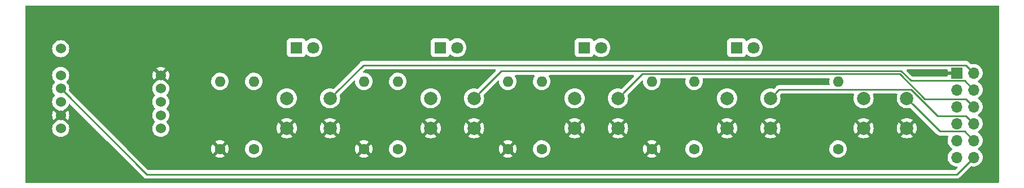
<source format=gbl>
G04 #@! TF.GenerationSoftware,KiCad,Pcbnew,7.0.7*
G04 #@! TF.CreationDate,2023-09-28T15:47:22-05:00*
G04 #@! TF.ProjectId,iowa-rover-kiosk-programmer,696f7761-2d72-46f7-9665-722d6b696f73,rev?*
G04 #@! TF.SameCoordinates,Original*
G04 #@! TF.FileFunction,Copper,L2,Bot*
G04 #@! TF.FilePolarity,Positive*
%FSLAX46Y46*%
G04 Gerber Fmt 4.6, Leading zero omitted, Abs format (unit mm)*
G04 Created by KiCad (PCBNEW 7.0.7) date 2023-09-28 15:47:22*
%MOMM*%
%LPD*%
G01*
G04 APERTURE LIST*
G04 #@! TA.AperFunction,ComponentPad*
%ADD10R,1.800000X1.800000*%
G04 #@! TD*
G04 #@! TA.AperFunction,ComponentPad*
%ADD11C,1.800000*%
G04 #@! TD*
G04 #@! TA.AperFunction,ComponentPad*
%ADD12C,1.600000*%
G04 #@! TD*
G04 #@! TA.AperFunction,ComponentPad*
%ADD13O,1.600000X1.600000*%
G04 #@! TD*
G04 #@! TA.AperFunction,ComponentPad*
%ADD14C,2.000000*%
G04 #@! TD*
G04 #@! TA.AperFunction,ComponentPad*
%ADD15C,1.524000*%
G04 #@! TD*
G04 #@! TA.AperFunction,ComponentPad*
%ADD16R,1.700000X1.700000*%
G04 #@! TD*
G04 #@! TA.AperFunction,ComponentPad*
%ADD17O,1.700000X1.700000*%
G04 #@! TD*
G04 #@! TA.AperFunction,ViaPad*
%ADD18C,0.800000*%
G04 #@! TD*
G04 #@! TA.AperFunction,Conductor*
%ADD19C,0.250000*%
G04 #@! TD*
G04 APERTURE END LIST*
D10*
X110490000Y-73660000D03*
D11*
X113030000Y-73660000D03*
D10*
X132080000Y-73660000D03*
D11*
X134620000Y-73660000D03*
D10*
X153670000Y-73660000D03*
D11*
X156210000Y-73660000D03*
D10*
X176530000Y-73660000D03*
D11*
X179070000Y-73660000D03*
D12*
X99060000Y-88900000D03*
D13*
X99060000Y-78740000D03*
D12*
X142240000Y-88900000D03*
D13*
X142240000Y-78740000D03*
D12*
X104140000Y-88900000D03*
D13*
X104140000Y-78740000D03*
D14*
X109070000Y-81280000D03*
X115570000Y-81280000D03*
X109070000Y-85780000D03*
X115570000Y-85780000D03*
D15*
X90170000Y-77820000D03*
X90170000Y-79820000D03*
X90170000Y-81820000D03*
X90170000Y-83820000D03*
X90170000Y-85820000D03*
X75170000Y-85820000D03*
X75170000Y-83820000D03*
X75170000Y-81820000D03*
X75170000Y-79820000D03*
X75170000Y-77820000D03*
X75170000Y-73820000D03*
D16*
X209550000Y-77470000D03*
D17*
X212090000Y-77470000D03*
X209550000Y-80010000D03*
X212090000Y-80010000D03*
X209550000Y-82550000D03*
X212090000Y-82550000D03*
X209550000Y-85090000D03*
X212090000Y-85090000D03*
X209550000Y-87630000D03*
X212090000Y-87630000D03*
X209550000Y-90170000D03*
X212090000Y-90170000D03*
D12*
X120650000Y-88900000D03*
D13*
X120650000Y-78740000D03*
D12*
X147320000Y-88900000D03*
D13*
X147320000Y-78740000D03*
D14*
X195580000Y-81280000D03*
X202080000Y-81280000D03*
X195580000Y-85780000D03*
X202080000Y-85780000D03*
D12*
X191770000Y-88900000D03*
D13*
X191770000Y-78740000D03*
D14*
X152250000Y-81280000D03*
X158750000Y-81280000D03*
X152250000Y-85780000D03*
X158750000Y-85780000D03*
X130660000Y-81280000D03*
X137160000Y-81280000D03*
X130660000Y-85780000D03*
X137160000Y-85780000D03*
X175110000Y-81280000D03*
X181610000Y-81280000D03*
X175110000Y-85780000D03*
X181610000Y-85780000D03*
D12*
X125730000Y-88900000D03*
D13*
X125730000Y-78740000D03*
D12*
X163830000Y-88900000D03*
D13*
X163830000Y-78740000D03*
D12*
X170180000Y-88900000D03*
D13*
X170180000Y-78740000D03*
D18*
X205740000Y-73660000D03*
D19*
X210914999Y-76294999D02*
X120555001Y-76294999D01*
X116569999Y-80280001D02*
X115570000Y-81280000D01*
X120555001Y-76294999D02*
X116569999Y-80280001D01*
X212090000Y-77470000D02*
X210914999Y-76294999D01*
X202678823Y-78645001D02*
X201198811Y-77164989D01*
X210725001Y-78645001D02*
X202678823Y-78645001D01*
X138159999Y-80280001D02*
X137160000Y-81280000D01*
X201198811Y-77164989D02*
X141275011Y-77164989D01*
X141275011Y-77164989D02*
X138159999Y-80280001D01*
X212090000Y-80010000D02*
X210725001Y-78645001D01*
X201012411Y-77614999D02*
X162415001Y-77614999D01*
X159749999Y-80280001D02*
X158750000Y-81280000D01*
X210914999Y-81374999D02*
X204772411Y-81374999D01*
X212090000Y-82550000D02*
X210914999Y-81374999D01*
X204772411Y-81374999D02*
X201012411Y-77614999D01*
X162415001Y-77614999D02*
X159749999Y-80280001D01*
X210914999Y-83914999D02*
X206676001Y-83914999D01*
X182935001Y-79954999D02*
X182609999Y-80280001D01*
X202716001Y-79954999D02*
X182935001Y-79954999D01*
X182609999Y-80280001D02*
X181610000Y-81280000D01*
X212090000Y-85090000D02*
X210914999Y-83914999D01*
X206676001Y-83914999D02*
X202716001Y-79954999D01*
X207065001Y-86265001D02*
X203079999Y-82279999D01*
X212090000Y-87630000D02*
X210725001Y-86265001D01*
X203079999Y-82279999D02*
X202080000Y-81280000D01*
X210725001Y-86265001D02*
X207065001Y-86265001D01*
X209550000Y-92710000D02*
X212090000Y-90170000D01*
X88060000Y-92710000D02*
X209550000Y-92710000D01*
X75170000Y-79820000D02*
X88060000Y-92710000D01*
G04 #@! TA.AperFunction,Conductor*
G36*
X208134121Y-76948501D02*
G01*
X208180614Y-77002157D01*
X208192000Y-77054499D01*
X208192000Y-77216000D01*
X208935156Y-77216000D01*
X209003277Y-77236002D01*
X209049770Y-77289658D01*
X209059874Y-77359932D01*
X209056053Y-77377496D01*
X209050000Y-77398111D01*
X209050000Y-77541888D01*
X209056053Y-77562504D01*
X209056052Y-77633500D01*
X209017667Y-77693226D01*
X208953086Y-77722718D01*
X208935156Y-77724000D01*
X208192000Y-77724000D01*
X208192000Y-77885501D01*
X208171998Y-77953622D01*
X208118342Y-78000115D01*
X208066000Y-78011501D01*
X202993417Y-78011501D01*
X202925296Y-77991499D01*
X202904326Y-77974600D01*
X202073319Y-77143592D01*
X202039295Y-77081282D01*
X202044360Y-77010466D01*
X202086907Y-76953631D01*
X202153427Y-76928820D01*
X202162416Y-76928499D01*
X208066000Y-76928499D01*
X208134121Y-76948501D01*
G37*
G04 #@! TD.AperFunction*
G04 #@! TA.AperFunction,Conductor*
G36*
X215842121Y-67330002D02*
G01*
X215888614Y-67383658D01*
X215900000Y-67436000D01*
X215900000Y-93854000D01*
X215879998Y-93922121D01*
X215826342Y-93968614D01*
X215774000Y-93980000D01*
X69976000Y-93980000D01*
X69907879Y-93959998D01*
X69861386Y-93906342D01*
X69850000Y-93854000D01*
X69850000Y-85820000D01*
X73894647Y-85820000D01*
X73914022Y-86041463D01*
X73945499Y-86158934D01*
X73971559Y-86256193D01*
X73971561Y-86256199D01*
X74065511Y-86457675D01*
X74065512Y-86457677D01*
X74193016Y-86639772D01*
X74193020Y-86639777D01*
X74193023Y-86639781D01*
X74350219Y-86796977D01*
X74350223Y-86796980D01*
X74350227Y-86796983D01*
X74438365Y-86858698D01*
X74532323Y-86924488D01*
X74733804Y-87018440D01*
X74948537Y-87075978D01*
X75170000Y-87095353D01*
X75391463Y-87075978D01*
X75606196Y-87018440D01*
X75807677Y-86924488D01*
X75989781Y-86796977D01*
X76146977Y-86639781D01*
X76274488Y-86457677D01*
X76368440Y-86256196D01*
X76425978Y-86041463D01*
X76445353Y-85820000D01*
X76425978Y-85598537D01*
X76368440Y-85383804D01*
X76274488Y-85182324D01*
X76146977Y-85000219D01*
X75989781Y-84843023D01*
X75989777Y-84843020D01*
X75989772Y-84843016D01*
X75807677Y-84715512D01*
X75744795Y-84686189D01*
X75637859Y-84636324D01*
X75602014Y-84611224D01*
X75337502Y-84346712D01*
X75303476Y-84284400D01*
X75308541Y-84213585D01*
X75351088Y-84156749D01*
X75366621Y-84146807D01*
X75407251Y-84124820D01*
X75493371Y-84031269D01*
X75494631Y-84028395D01*
X75497401Y-84025098D01*
X75499080Y-84022530D01*
X75499390Y-84022732D01*
X75540307Y-83974045D01*
X75608118Y-83953016D01*
X75676533Y-83971987D01*
X75699116Y-83989907D01*
X76229812Y-84520603D01*
X76229814Y-84520603D01*
X76274052Y-84457426D01*
X76274053Y-84457425D01*
X76367966Y-84256027D01*
X76367968Y-84256023D01*
X76425482Y-84041374D01*
X76444850Y-83820000D01*
X76425482Y-83598625D01*
X76367968Y-83383976D01*
X76367966Y-83383972D01*
X76274051Y-83182571D01*
X76229815Y-83119395D01*
X76229813Y-83119395D01*
X75696925Y-83652283D01*
X75634613Y-83686308D01*
X75563797Y-83681243D01*
X75506962Y-83638696D01*
X75502347Y-83632102D01*
X75454189Y-83558390D01*
X75454188Y-83558389D01*
X75447146Y-83552908D01*
X75353843Y-83480287D01*
X75353842Y-83480286D01*
X75352094Y-83478926D01*
X75310623Y-83421301D01*
X75306889Y-83350402D01*
X75340390Y-83290399D01*
X75602016Y-83028773D01*
X75637858Y-83003675D01*
X75807677Y-82924488D01*
X75989781Y-82796977D01*
X76146977Y-82639781D01*
X76274488Y-82457677D01*
X76368440Y-82256196D01*
X76384198Y-82197385D01*
X76421148Y-82136765D01*
X76485008Y-82105743D01*
X76555503Y-82114171D01*
X76594998Y-82140902D01*
X82084095Y-87630000D01*
X87552755Y-93098660D01*
X87562720Y-93111097D01*
X87562947Y-93110910D01*
X87567999Y-93117017D01*
X87619078Y-93164983D01*
X87640223Y-93186129D01*
X87640227Y-93186132D01*
X87640230Y-93186135D01*
X87645782Y-93190442D01*
X87650269Y-93194273D01*
X87671852Y-93214541D01*
X87684677Y-93226585D01*
X87684679Y-93226586D01*
X87702428Y-93236343D01*
X87718953Y-93247198D01*
X87734959Y-93259614D01*
X87775149Y-93277005D01*
X87778262Y-93278352D01*
X87783583Y-93280958D01*
X87824940Y-93303695D01*
X87824948Y-93303697D01*
X87844558Y-93308732D01*
X87863267Y-93315137D01*
X87881855Y-93323181D01*
X87928477Y-93330564D01*
X87934262Y-93331763D01*
X87979970Y-93343500D01*
X88000224Y-93343500D01*
X88019934Y-93345051D01*
X88022141Y-93345400D01*
X88039943Y-93348220D01*
X88074472Y-93344956D01*
X88086917Y-93343780D01*
X88092850Y-93343500D01*
X209466147Y-93343500D01*
X209481988Y-93345249D01*
X209482016Y-93344956D01*
X209489902Y-93345700D01*
X209489909Y-93345702D01*
X209559958Y-93343500D01*
X209589856Y-93343500D01*
X209596818Y-93342619D01*
X209602719Y-93342154D01*
X209649889Y-93340673D01*
X209669347Y-93335019D01*
X209688694Y-93331013D01*
X209708797Y-93328474D01*
X209752679Y-93311099D01*
X209758274Y-93309183D01*
X209786816Y-93300891D01*
X209803591Y-93296019D01*
X209803595Y-93296017D01*
X209821026Y-93285708D01*
X209838780Y-93277009D01*
X209857617Y-93269552D01*
X209895786Y-93241818D01*
X209900744Y-93238562D01*
X209941362Y-93214542D01*
X209955685Y-93200218D01*
X209970724Y-93187374D01*
X209987107Y-93175472D01*
X210017193Y-93139103D01*
X210021161Y-93134741D01*
X211632205Y-91523697D01*
X211694515Y-91489673D01*
X211750218Y-91490616D01*
X211750224Y-91490586D01*
X211750430Y-91490620D01*
X211752236Y-91490651D01*
X211755356Y-91491441D01*
X211755365Y-91491444D01*
X211977431Y-91528500D01*
X211977435Y-91528500D01*
X212202565Y-91528500D01*
X212202569Y-91528500D01*
X212424635Y-91491444D01*
X212637574Y-91418342D01*
X212835576Y-91311189D01*
X213013240Y-91172906D01*
X213165722Y-91007268D01*
X213288860Y-90818791D01*
X213379296Y-90612616D01*
X213434564Y-90394368D01*
X213453156Y-90170000D01*
X213434564Y-89945632D01*
X213434562Y-89945624D01*
X213379297Y-89727387D01*
X213379296Y-89727386D01*
X213379296Y-89727384D01*
X213288860Y-89521209D01*
X213282140Y-89510924D01*
X213165724Y-89332734D01*
X213165720Y-89332729D01*
X213013237Y-89167091D01*
X212886150Y-89068175D01*
X212835576Y-89028811D01*
X212828807Y-89025148D01*
X212802320Y-89010814D01*
X212751929Y-88960802D01*
X212736576Y-88891485D01*
X212761136Y-88824872D01*
X212802320Y-88789186D01*
X212835576Y-88771189D01*
X213013240Y-88632906D01*
X213165722Y-88467268D01*
X213288860Y-88278791D01*
X213379296Y-88072616D01*
X213434564Y-87854368D01*
X213453156Y-87630000D01*
X213434564Y-87405632D01*
X213379296Y-87187384D01*
X213288860Y-86981209D01*
X213282140Y-86970924D01*
X213165724Y-86792734D01*
X213165720Y-86792729D01*
X213046753Y-86663499D01*
X213013240Y-86627094D01*
X213013239Y-86627093D01*
X213013237Y-86627091D01*
X212931382Y-86563381D01*
X212835576Y-86488811D01*
X212802319Y-86470813D01*
X212751929Y-86420802D01*
X212736576Y-86351485D01*
X212761136Y-86284872D01*
X212802320Y-86249186D01*
X212811927Y-86243987D01*
X212835576Y-86231189D01*
X213013240Y-86092906D01*
X213165722Y-85927268D01*
X213288860Y-85738791D01*
X213379296Y-85532616D01*
X213434564Y-85314368D01*
X213453156Y-85090000D01*
X213434564Y-84865632D01*
X213405972Y-84752725D01*
X213379297Y-84647387D01*
X213379296Y-84647386D01*
X213379296Y-84647384D01*
X213288860Y-84441209D01*
X213260140Y-84397249D01*
X213165724Y-84252734D01*
X213165720Y-84252729D01*
X213013237Y-84087091D01*
X212903014Y-84001301D01*
X212835576Y-83948811D01*
X212802319Y-83930813D01*
X212751929Y-83880802D01*
X212736576Y-83811485D01*
X212761136Y-83744872D01*
X212802320Y-83709186D01*
X212835576Y-83691189D01*
X213013240Y-83552906D01*
X213165722Y-83387268D01*
X213288860Y-83198791D01*
X213379296Y-82992616D01*
X213434564Y-82774368D01*
X213453156Y-82550000D01*
X213434564Y-82325632D01*
X213416979Y-82256191D01*
X213379297Y-82107387D01*
X213379296Y-82107386D01*
X213379296Y-82107384D01*
X213288860Y-81901209D01*
X213235804Y-81820000D01*
X213165724Y-81712734D01*
X213165720Y-81712729D01*
X213013237Y-81547091D01*
X212931382Y-81483381D01*
X212835576Y-81408811D01*
X212802319Y-81390813D01*
X212751929Y-81340802D01*
X212736576Y-81271485D01*
X212761136Y-81204872D01*
X212802320Y-81169186D01*
X212835576Y-81151189D01*
X213013240Y-81012906D01*
X213165722Y-80847268D01*
X213288860Y-80658791D01*
X213379296Y-80452616D01*
X213434564Y-80234368D01*
X213453156Y-80010000D01*
X213434564Y-79785632D01*
X213429804Y-79766835D01*
X213379297Y-79567387D01*
X213379296Y-79567386D01*
X213379296Y-79567384D01*
X213288860Y-79361209D01*
X213263734Y-79322750D01*
X213165724Y-79172734D01*
X213165720Y-79172729D01*
X213013237Y-79007091D01*
X212887331Y-78909094D01*
X212835576Y-78868811D01*
X212802319Y-78850813D01*
X212751929Y-78800802D01*
X212736576Y-78731485D01*
X212761136Y-78664872D01*
X212802320Y-78629186D01*
X212835576Y-78611189D01*
X213013240Y-78472906D01*
X213165722Y-78307268D01*
X213288860Y-78118791D01*
X213379296Y-77912616D01*
X213434564Y-77694368D01*
X213453156Y-77470000D01*
X213434564Y-77245632D01*
X213418532Y-77182323D01*
X213379297Y-77027387D01*
X213379296Y-77027386D01*
X213379296Y-77027384D01*
X213288860Y-76821209D01*
X213248991Y-76760185D01*
X213165724Y-76632734D01*
X213165720Y-76632729D01*
X213013237Y-76467091D01*
X212931382Y-76403381D01*
X212835576Y-76328811D01*
X212637574Y-76221658D01*
X212637572Y-76221657D01*
X212637571Y-76221656D01*
X212424639Y-76148557D01*
X212424630Y-76148555D01*
X212380476Y-76141187D01*
X212202569Y-76111500D01*
X211977431Y-76111500D01*
X211866496Y-76130011D01*
X211755355Y-76148557D01*
X211752213Y-76149353D01*
X211750889Y-76149303D01*
X211750224Y-76149414D01*
X211750201Y-76149277D01*
X211681267Y-76146675D01*
X211632204Y-76116299D01*
X211422243Y-75906338D01*
X211412278Y-75893900D01*
X211412051Y-75894089D01*
X211407000Y-75887983D01*
X211406999Y-75887981D01*
X211355920Y-75840015D01*
X211345429Y-75829524D01*
X211334776Y-75818870D01*
X211334771Y-75818865D01*
X211329224Y-75814562D01*
X211324716Y-75810711D01*
X211290324Y-75778416D01*
X211290318Y-75778412D01*
X211272562Y-75768650D01*
X211256046Y-75757801D01*
X211240040Y-75745385D01*
X211209288Y-75732077D01*
X211196739Y-75726647D01*
X211191407Y-75724035D01*
X211150060Y-75701304D01*
X211130435Y-75696265D01*
X211111735Y-75689863D01*
X211093144Y-75681818D01*
X211093142Y-75681817D01*
X211093141Y-75681817D01*
X211046541Y-75674436D01*
X211040728Y-75673232D01*
X210995029Y-75661499D01*
X210974775Y-75661499D01*
X210955065Y-75659948D01*
X210935056Y-75656779D01*
X210935055Y-75656779D01*
X210888082Y-75661219D01*
X210882149Y-75661499D01*
X120638854Y-75661499D01*
X120623012Y-75659749D01*
X120622985Y-75660043D01*
X120615092Y-75659296D01*
X120545029Y-75661499D01*
X120515145Y-75661499D01*
X120515141Y-75661499D01*
X120515130Y-75661500D01*
X120508191Y-75662376D01*
X120502278Y-75662842D01*
X120455115Y-75664324D01*
X120455108Y-75664326D01*
X120435650Y-75669978D01*
X120416305Y-75673984D01*
X120396207Y-75676524D01*
X120396198Y-75676526D01*
X120352332Y-75693893D01*
X120346717Y-75695816D01*
X120301409Y-75708980D01*
X120283965Y-75719296D01*
X120266219Y-75727989D01*
X120247383Y-75735447D01*
X120209210Y-75763180D01*
X120204249Y-75766439D01*
X120163639Y-75790457D01*
X120149312Y-75804783D01*
X120134286Y-75817616D01*
X120117896Y-75829524D01*
X120117894Y-75829526D01*
X120087809Y-75865891D01*
X120083813Y-75870282D01*
X116148458Y-79805636D01*
X116086146Y-79839662D01*
X116029950Y-79839060D01*
X115806711Y-79785465D01*
X115570000Y-79766835D01*
X115569999Y-79766835D01*
X115333289Y-79785465D01*
X115102407Y-79840894D01*
X114883038Y-79931759D01*
X114680582Y-80055825D01*
X114680580Y-80055826D01*
X114500030Y-80210030D01*
X114345826Y-80390580D01*
X114345825Y-80390582D01*
X114221759Y-80593038D01*
X114130894Y-80812407D01*
X114075465Y-81043289D01*
X114056835Y-81280000D01*
X114075465Y-81516710D01*
X114130894Y-81747592D01*
X114154203Y-81803864D01*
X114221760Y-81966963D01*
X114343381Y-82165430D01*
X114345825Y-82169417D01*
X114345826Y-82169419D01*
X114500030Y-82349969D01*
X114680580Y-82504173D01*
X114680584Y-82504176D01*
X114883037Y-82628240D01*
X115102406Y-82719105D01*
X115333289Y-82774535D01*
X115570000Y-82793165D01*
X115806711Y-82774535D01*
X116037594Y-82719105D01*
X116256963Y-82628240D01*
X116459416Y-82504176D01*
X116639969Y-82349969D01*
X116794176Y-82169416D01*
X116918240Y-81966963D01*
X117009105Y-81747594D01*
X117064535Y-81516711D01*
X117083165Y-81280000D01*
X129146835Y-81280000D01*
X129165465Y-81516710D01*
X129220894Y-81747592D01*
X129244203Y-81803864D01*
X129311760Y-81966963D01*
X129433381Y-82165430D01*
X129435825Y-82169417D01*
X129435826Y-82169419D01*
X129590030Y-82349969D01*
X129770580Y-82504173D01*
X129770584Y-82504176D01*
X129973037Y-82628240D01*
X130192406Y-82719105D01*
X130423289Y-82774535D01*
X130660000Y-82793165D01*
X130896711Y-82774535D01*
X131127594Y-82719105D01*
X131346963Y-82628240D01*
X131549416Y-82504176D01*
X131729969Y-82349969D01*
X131884176Y-82169416D01*
X132008240Y-81966963D01*
X132099105Y-81747594D01*
X132154535Y-81516711D01*
X132173165Y-81280000D01*
X132154535Y-81043289D01*
X132099105Y-80812406D01*
X132008240Y-80593037D01*
X131884176Y-80390584D01*
X131884173Y-80390580D01*
X131729969Y-80210030D01*
X131549419Y-80055826D01*
X131549417Y-80055825D01*
X131549416Y-80055824D01*
X131346963Y-79931760D01*
X131216023Y-79877523D01*
X131127592Y-79840894D01*
X130969651Y-79802976D01*
X130896711Y-79785465D01*
X130660000Y-79766835D01*
X130423289Y-79785465D01*
X130192407Y-79840894D01*
X129973038Y-79931759D01*
X129770582Y-80055825D01*
X129770580Y-80055826D01*
X129590030Y-80210030D01*
X129435826Y-80390580D01*
X129435825Y-80390582D01*
X129311759Y-80593038D01*
X129220894Y-80812407D01*
X129165465Y-81043289D01*
X129146835Y-81280000D01*
X117083165Y-81280000D01*
X117064535Y-81043289D01*
X117010939Y-80820046D01*
X117014486Y-80749142D01*
X117044362Y-80701541D01*
X117046133Y-80699771D01*
X117046132Y-80699771D01*
X117105660Y-80640244D01*
X117105662Y-80640241D01*
X119123413Y-78622489D01*
X119185723Y-78588465D01*
X119256538Y-78593530D01*
X119313374Y-78636077D01*
X119338185Y-78702597D01*
X119338027Y-78722564D01*
X119337247Y-78731485D01*
X119336502Y-78740000D01*
X119351296Y-78909094D01*
X119356457Y-78968086D01*
X119415715Y-79189240D01*
X119415717Y-79189246D01*
X119512477Y-79396749D01*
X119631958Y-79567386D01*
X119643802Y-79584300D01*
X119805700Y-79746198D01*
X119993251Y-79877523D01*
X120200757Y-79974284D01*
X120421913Y-80033543D01*
X120650000Y-80053498D01*
X120878087Y-80033543D01*
X121099243Y-79974284D01*
X121306749Y-79877523D01*
X121494300Y-79746198D01*
X121656198Y-79584300D01*
X121787523Y-79396749D01*
X121884284Y-79189243D01*
X121943543Y-78968087D01*
X121963498Y-78740000D01*
X124416502Y-78740000D01*
X124427771Y-78868811D01*
X124436457Y-78968086D01*
X124495715Y-79189240D01*
X124495717Y-79189246D01*
X124592477Y-79396749D01*
X124711958Y-79567386D01*
X124723802Y-79584300D01*
X124885700Y-79746198D01*
X125073251Y-79877523D01*
X125280757Y-79974284D01*
X125501913Y-80033543D01*
X125730000Y-80053498D01*
X125958087Y-80033543D01*
X126179243Y-79974284D01*
X126386749Y-79877523D01*
X126574300Y-79746198D01*
X126736198Y-79584300D01*
X126867523Y-79396749D01*
X126964284Y-79189243D01*
X127023543Y-78968087D01*
X127043498Y-78740000D01*
X127023543Y-78511913D01*
X126964284Y-78290757D01*
X126867523Y-78083251D01*
X126736198Y-77895700D01*
X126574300Y-77733802D01*
X126561982Y-77725177D01*
X126386749Y-77602477D01*
X126179246Y-77505717D01*
X126179240Y-77505715D01*
X126045950Y-77470000D01*
X125958087Y-77446457D01*
X125730000Y-77426502D01*
X125501913Y-77446457D01*
X125280759Y-77505715D01*
X125280753Y-77505717D01*
X125073250Y-77602477D01*
X124885703Y-77733799D01*
X124885697Y-77733804D01*
X124723804Y-77895697D01*
X124723799Y-77895703D01*
X124592477Y-78083250D01*
X124495717Y-78290753D01*
X124495715Y-78290759D01*
X124446909Y-78472906D01*
X124436457Y-78511913D01*
X124416502Y-78740000D01*
X121963498Y-78740000D01*
X121943543Y-78511913D01*
X121884284Y-78290757D01*
X121787523Y-78083251D01*
X121656198Y-77895700D01*
X121494300Y-77733802D01*
X121481982Y-77725177D01*
X121306749Y-77602477D01*
X121099246Y-77505717D01*
X121099240Y-77505715D01*
X120965950Y-77470000D01*
X120878087Y-77446457D01*
X120650000Y-77426502D01*
X120649998Y-77426502D01*
X120649997Y-77426502D01*
X120632567Y-77428027D01*
X120562963Y-77414037D01*
X120511971Y-77364636D01*
X120495782Y-77295510D01*
X120519536Y-77228605D01*
X120532487Y-77213416D01*
X120780501Y-76965403D01*
X120842814Y-76931378D01*
X120869597Y-76928499D01*
X140311406Y-76928499D01*
X140379527Y-76948501D01*
X140426020Y-77002157D01*
X140436124Y-77072431D01*
X140406630Y-77137011D01*
X140400501Y-77143594D01*
X137738458Y-79805636D01*
X137676146Y-79839662D01*
X137619950Y-79839060D01*
X137396711Y-79785465D01*
X137160000Y-79766835D01*
X136923289Y-79785465D01*
X136692407Y-79840894D01*
X136473038Y-79931759D01*
X136270582Y-80055825D01*
X136270580Y-80055826D01*
X136090030Y-80210030D01*
X135935826Y-80390580D01*
X135935825Y-80390582D01*
X135811759Y-80593038D01*
X135720894Y-80812407D01*
X135665465Y-81043289D01*
X135646835Y-81280000D01*
X135665465Y-81516710D01*
X135720894Y-81747592D01*
X135744203Y-81803864D01*
X135811760Y-81966963D01*
X135933381Y-82165430D01*
X135935825Y-82169417D01*
X135935826Y-82169419D01*
X136090030Y-82349969D01*
X136270580Y-82504173D01*
X136270584Y-82504176D01*
X136473037Y-82628240D01*
X136692406Y-82719105D01*
X136923289Y-82774535D01*
X137160000Y-82793165D01*
X137396711Y-82774535D01*
X137627594Y-82719105D01*
X137846963Y-82628240D01*
X138049416Y-82504176D01*
X138229969Y-82349969D01*
X138384176Y-82169416D01*
X138508240Y-81966963D01*
X138599105Y-81747594D01*
X138654535Y-81516711D01*
X138673165Y-81280000D01*
X150736835Y-81280000D01*
X150755465Y-81516710D01*
X150810894Y-81747592D01*
X150834203Y-81803864D01*
X150901760Y-81966963D01*
X151023381Y-82165430D01*
X151025825Y-82169417D01*
X151025826Y-82169419D01*
X151180030Y-82349969D01*
X151360580Y-82504173D01*
X151360584Y-82504176D01*
X151563037Y-82628240D01*
X151782406Y-82719105D01*
X152013289Y-82774535D01*
X152250000Y-82793165D01*
X152486711Y-82774535D01*
X152717594Y-82719105D01*
X152936963Y-82628240D01*
X153139416Y-82504176D01*
X153319969Y-82349969D01*
X153474176Y-82169416D01*
X153598240Y-81966963D01*
X153689105Y-81747594D01*
X153744535Y-81516711D01*
X153763165Y-81280000D01*
X153744535Y-81043289D01*
X153689105Y-80812406D01*
X153598240Y-80593037D01*
X153474176Y-80390584D01*
X153474173Y-80390580D01*
X153319969Y-80210030D01*
X153139419Y-80055826D01*
X153139417Y-80055825D01*
X153139416Y-80055824D01*
X152936963Y-79931760D01*
X152806023Y-79877523D01*
X152717592Y-79840894D01*
X152559651Y-79802976D01*
X152486711Y-79785465D01*
X152250000Y-79766835D01*
X152013289Y-79785465D01*
X151782407Y-79840894D01*
X151563038Y-79931759D01*
X151360582Y-80055825D01*
X151360580Y-80055826D01*
X151180030Y-80210030D01*
X151025826Y-80390580D01*
X151025825Y-80390582D01*
X150901759Y-80593038D01*
X150810894Y-80812407D01*
X150755465Y-81043289D01*
X150736835Y-81280000D01*
X138673165Y-81280000D01*
X138654535Y-81043289D01*
X138600939Y-80820046D01*
X138604486Y-80749142D01*
X138634362Y-80701541D01*
X138636133Y-80699771D01*
X138636132Y-80699771D01*
X138695660Y-80640244D01*
X138695662Y-80640241D01*
X140713413Y-78622489D01*
X140775723Y-78588465D01*
X140846538Y-78593530D01*
X140903374Y-78636077D01*
X140928185Y-78702597D01*
X140928027Y-78722564D01*
X140927247Y-78731485D01*
X140926502Y-78740000D01*
X140941296Y-78909094D01*
X140946457Y-78968086D01*
X141005715Y-79189240D01*
X141005717Y-79189246D01*
X141102477Y-79396749D01*
X141221958Y-79567386D01*
X141233802Y-79584300D01*
X141395700Y-79746198D01*
X141583251Y-79877523D01*
X141790757Y-79974284D01*
X142011913Y-80033543D01*
X142240000Y-80053498D01*
X142468087Y-80033543D01*
X142689243Y-79974284D01*
X142896749Y-79877523D01*
X143084300Y-79746198D01*
X143246198Y-79584300D01*
X143377523Y-79396749D01*
X143474284Y-79189243D01*
X143533543Y-78968087D01*
X143553498Y-78740000D01*
X143533543Y-78511913D01*
X143474284Y-78290757D01*
X143377523Y-78083251D01*
X143316960Y-77996759D01*
X143294273Y-77929486D01*
X143311558Y-77860626D01*
X143363327Y-77812041D01*
X143420174Y-77798489D01*
X146139826Y-77798489D01*
X146207947Y-77818491D01*
X146254440Y-77872147D01*
X146264544Y-77942421D01*
X146243039Y-77996760D01*
X146182477Y-78083250D01*
X146085717Y-78290753D01*
X146085715Y-78290759D01*
X146036909Y-78472906D01*
X146026457Y-78511913D01*
X146006502Y-78740000D01*
X146017771Y-78868811D01*
X146026457Y-78968086D01*
X146085715Y-79189240D01*
X146085717Y-79189246D01*
X146182477Y-79396749D01*
X146301958Y-79567386D01*
X146313802Y-79584300D01*
X146475700Y-79746198D01*
X146663251Y-79877523D01*
X146870757Y-79974284D01*
X147091913Y-80033543D01*
X147320000Y-80053498D01*
X147548087Y-80033543D01*
X147769243Y-79974284D01*
X147976749Y-79877523D01*
X148164300Y-79746198D01*
X148326198Y-79584300D01*
X148457523Y-79396749D01*
X148554284Y-79189243D01*
X148613543Y-78968087D01*
X148633498Y-78740000D01*
X148613543Y-78511913D01*
X148554284Y-78290757D01*
X148457523Y-78083251D01*
X148396960Y-77996759D01*
X148374273Y-77929486D01*
X148391558Y-77860626D01*
X148443327Y-77812041D01*
X148500174Y-77798489D01*
X161031417Y-77798489D01*
X161099538Y-77818491D01*
X161146031Y-77872147D01*
X161156135Y-77942421D01*
X161126641Y-78007001D01*
X161120526Y-78013569D01*
X159773626Y-79360469D01*
X159328458Y-79805637D01*
X159266146Y-79839662D01*
X159209950Y-79839060D01*
X158986711Y-79785465D01*
X158750000Y-79766835D01*
X158513289Y-79785465D01*
X158282407Y-79840894D01*
X158063038Y-79931759D01*
X157860582Y-80055825D01*
X157860580Y-80055826D01*
X157680030Y-80210030D01*
X157525826Y-80390580D01*
X157525825Y-80390582D01*
X157401759Y-80593038D01*
X157310894Y-80812407D01*
X157255465Y-81043289D01*
X157236835Y-81280000D01*
X157255465Y-81516710D01*
X157310894Y-81747592D01*
X157334203Y-81803864D01*
X157401760Y-81966963D01*
X157523381Y-82165430D01*
X157525825Y-82169417D01*
X157525826Y-82169419D01*
X157680030Y-82349969D01*
X157860580Y-82504173D01*
X157860584Y-82504176D01*
X158063037Y-82628240D01*
X158282406Y-82719105D01*
X158513289Y-82774535D01*
X158750000Y-82793165D01*
X158986711Y-82774535D01*
X159217594Y-82719105D01*
X159436963Y-82628240D01*
X159639416Y-82504176D01*
X159819969Y-82349969D01*
X159974176Y-82169416D01*
X160098240Y-81966963D01*
X160189105Y-81747594D01*
X160244535Y-81516711D01*
X160263165Y-81280000D01*
X173596835Y-81280000D01*
X173615465Y-81516710D01*
X173670894Y-81747592D01*
X173694203Y-81803864D01*
X173761760Y-81966963D01*
X173883381Y-82165430D01*
X173885825Y-82169417D01*
X173885826Y-82169419D01*
X174040030Y-82349969D01*
X174220580Y-82504173D01*
X174220584Y-82504176D01*
X174423037Y-82628240D01*
X174642406Y-82719105D01*
X174873289Y-82774535D01*
X175110000Y-82793165D01*
X175346711Y-82774535D01*
X175577594Y-82719105D01*
X175796963Y-82628240D01*
X175999416Y-82504176D01*
X176179969Y-82349969D01*
X176334176Y-82169416D01*
X176458240Y-81966963D01*
X176549105Y-81747594D01*
X176604535Y-81516711D01*
X176623165Y-81280000D01*
X176604535Y-81043289D01*
X176549105Y-80812406D01*
X176458240Y-80593037D01*
X176334176Y-80390584D01*
X176334173Y-80390580D01*
X176179969Y-80210030D01*
X175999419Y-80055826D01*
X175999417Y-80055825D01*
X175999416Y-80055824D01*
X175796963Y-79931760D01*
X175666023Y-79877523D01*
X175577592Y-79840894D01*
X175419651Y-79802976D01*
X175346711Y-79785465D01*
X175110000Y-79766835D01*
X175109999Y-79766835D01*
X174873289Y-79785465D01*
X174642407Y-79840894D01*
X174423038Y-79931759D01*
X174220582Y-80055825D01*
X174220580Y-80055826D01*
X174040030Y-80210030D01*
X173885826Y-80390580D01*
X173885825Y-80390582D01*
X173761759Y-80593038D01*
X173670894Y-80812407D01*
X173615465Y-81043289D01*
X173596835Y-81280000D01*
X160263165Y-81280000D01*
X160244535Y-81043289D01*
X160190939Y-80820046D01*
X160194486Y-80749142D01*
X160224362Y-80701541D01*
X160226133Y-80699771D01*
X160226132Y-80699771D01*
X160285660Y-80640244D01*
X160285661Y-80640241D01*
X162303412Y-78622490D01*
X162365723Y-78588466D01*
X162436539Y-78593531D01*
X162493374Y-78636078D01*
X162518185Y-78702598D01*
X162518027Y-78722566D01*
X162517247Y-78731485D01*
X162516502Y-78740000D01*
X162531296Y-78909094D01*
X162536457Y-78968086D01*
X162595715Y-79189240D01*
X162595717Y-79189246D01*
X162692477Y-79396749D01*
X162811958Y-79567386D01*
X162823802Y-79584300D01*
X162985700Y-79746198D01*
X163173251Y-79877523D01*
X163380757Y-79974284D01*
X163601913Y-80033543D01*
X163830000Y-80053498D01*
X164058087Y-80033543D01*
X164279243Y-79974284D01*
X164486749Y-79877523D01*
X164674300Y-79746198D01*
X164836198Y-79584300D01*
X164967523Y-79396749D01*
X165064284Y-79189243D01*
X165123543Y-78968087D01*
X165143498Y-78740000D01*
X165123543Y-78511913D01*
X165095460Y-78407110D01*
X165097151Y-78336133D01*
X165136945Y-78277338D01*
X165202210Y-78249390D01*
X165217168Y-78248499D01*
X168792832Y-78248499D01*
X168860953Y-78268501D01*
X168907446Y-78322157D01*
X168917550Y-78392431D01*
X168914539Y-78407110D01*
X168886457Y-78511913D01*
X168868645Y-78715511D01*
X168866502Y-78740000D01*
X168877772Y-78868811D01*
X168886457Y-78968086D01*
X168945715Y-79189240D01*
X168945717Y-79189246D01*
X169042477Y-79396749D01*
X169161958Y-79567386D01*
X169173802Y-79584300D01*
X169335700Y-79746198D01*
X169523251Y-79877523D01*
X169730757Y-79974284D01*
X169951913Y-80033543D01*
X170180000Y-80053498D01*
X170408087Y-80033543D01*
X170629243Y-79974284D01*
X170836749Y-79877523D01*
X171024300Y-79746198D01*
X171186198Y-79584300D01*
X171317523Y-79396749D01*
X171414284Y-79189243D01*
X171473543Y-78968087D01*
X171493498Y-78740000D01*
X171473543Y-78511913D01*
X171445460Y-78407110D01*
X171447151Y-78336133D01*
X171486945Y-78277338D01*
X171552210Y-78249390D01*
X171567168Y-78248499D01*
X190382832Y-78248499D01*
X190450953Y-78268501D01*
X190497446Y-78322157D01*
X190507550Y-78392431D01*
X190504539Y-78407110D01*
X190476457Y-78511913D01*
X190456502Y-78740000D01*
X190467771Y-78868811D01*
X190476457Y-78968086D01*
X190528654Y-79162888D01*
X190526964Y-79233865D01*
X190487170Y-79292660D01*
X190421905Y-79320608D01*
X190406947Y-79321499D01*
X183018854Y-79321499D01*
X183003012Y-79319749D01*
X183002985Y-79320043D01*
X182995093Y-79319297D01*
X182995092Y-79319297D01*
X182925043Y-79321499D01*
X182895145Y-79321499D01*
X182895141Y-79321499D01*
X182895131Y-79321500D01*
X182888180Y-79322378D01*
X182882268Y-79322843D01*
X182835113Y-79324325D01*
X182835111Y-79324326D01*
X182815656Y-79329977D01*
X182796303Y-79333985D01*
X182776211Y-79336523D01*
X182776203Y-79336525D01*
X182732337Y-79353892D01*
X182726722Y-79355815D01*
X182681408Y-79368981D01*
X182681403Y-79368983D01*
X182663964Y-79379296D01*
X182646219Y-79387989D01*
X182627381Y-79395448D01*
X182605279Y-79411506D01*
X182589213Y-79423179D01*
X182584262Y-79426432D01*
X182543641Y-79450454D01*
X182529308Y-79464786D01*
X182514282Y-79477619D01*
X182497896Y-79489525D01*
X182497895Y-79489525D01*
X182467823Y-79525874D01*
X182463828Y-79530265D01*
X182188457Y-79805635D01*
X182126145Y-79839661D01*
X182069948Y-79839059D01*
X181930725Y-79805635D01*
X181846711Y-79785465D01*
X181610000Y-79766835D01*
X181609999Y-79766835D01*
X181373289Y-79785465D01*
X181142407Y-79840894D01*
X180923038Y-79931759D01*
X180720582Y-80055825D01*
X180720580Y-80055826D01*
X180540030Y-80210030D01*
X180385826Y-80390580D01*
X180385825Y-80390582D01*
X180261759Y-80593038D01*
X180170894Y-80812407D01*
X180115465Y-81043289D01*
X180096835Y-81280000D01*
X180115465Y-81516710D01*
X180170894Y-81747592D01*
X180194203Y-81803864D01*
X180261760Y-81966963D01*
X180383381Y-82165430D01*
X180385825Y-82169417D01*
X180385826Y-82169419D01*
X180540030Y-82349969D01*
X180720580Y-82504173D01*
X180720584Y-82504176D01*
X180923037Y-82628240D01*
X181142406Y-82719105D01*
X181373289Y-82774535D01*
X181610000Y-82793165D01*
X181846711Y-82774535D01*
X182077594Y-82719105D01*
X182296963Y-82628240D01*
X182499416Y-82504176D01*
X182679969Y-82349969D01*
X182834176Y-82169416D01*
X182958240Y-81966963D01*
X183049105Y-81747594D01*
X183104535Y-81516711D01*
X183123165Y-81280000D01*
X183104535Y-81043289D01*
X183050939Y-80820046D01*
X183054486Y-80749142D01*
X183084363Y-80701540D01*
X183086133Y-80699771D01*
X183086132Y-80699770D01*
X183123026Y-80662878D01*
X183123034Y-80662867D01*
X183160501Y-80625401D01*
X183222813Y-80591378D01*
X183249595Y-80588499D01*
X194045068Y-80588499D01*
X194113189Y-80608501D01*
X194159682Y-80662157D01*
X194169786Y-80732431D01*
X194161477Y-80762716D01*
X194140895Y-80812404D01*
X194140895Y-80812406D01*
X194085465Y-81043289D01*
X194066835Y-81280000D01*
X194085465Y-81516710D01*
X194140894Y-81747592D01*
X194164203Y-81803864D01*
X194231760Y-81966963D01*
X194353381Y-82165430D01*
X194355825Y-82169417D01*
X194355826Y-82169419D01*
X194510030Y-82349969D01*
X194690580Y-82504173D01*
X194690584Y-82504176D01*
X194893037Y-82628240D01*
X195112406Y-82719105D01*
X195343289Y-82774535D01*
X195580000Y-82793165D01*
X195816711Y-82774535D01*
X196047594Y-82719105D01*
X196266963Y-82628240D01*
X196469416Y-82504176D01*
X196649969Y-82349969D01*
X196804176Y-82169416D01*
X196928240Y-81966963D01*
X197019105Y-81747594D01*
X197074535Y-81516711D01*
X197093165Y-81280000D01*
X197074535Y-81043289D01*
X197019105Y-80812406D01*
X196998523Y-80762716D01*
X196990934Y-80692126D01*
X197022714Y-80628640D01*
X197083772Y-80592413D01*
X197114932Y-80588499D01*
X200545068Y-80588499D01*
X200613189Y-80608501D01*
X200659682Y-80662157D01*
X200669786Y-80732431D01*
X200661477Y-80762716D01*
X200640895Y-80812404D01*
X200640895Y-80812406D01*
X200585465Y-81043289D01*
X200566835Y-81280000D01*
X200585465Y-81516710D01*
X200640894Y-81747592D01*
X200664203Y-81803864D01*
X200731760Y-81966963D01*
X200853381Y-82165430D01*
X200855825Y-82169417D01*
X200855826Y-82169419D01*
X201010030Y-82349969D01*
X201190580Y-82504173D01*
X201190584Y-82504176D01*
X201393037Y-82628240D01*
X201612406Y-82719105D01*
X201843289Y-82774535D01*
X202080000Y-82793165D01*
X202316711Y-82774535D01*
X202539953Y-82720939D01*
X202610858Y-82724486D01*
X202658458Y-82754362D01*
X204609525Y-84705430D01*
X206557756Y-86653661D01*
X206567721Y-86666098D01*
X206567948Y-86665911D01*
X206573000Y-86672018D01*
X206624079Y-86719984D01*
X206645224Y-86741130D01*
X206645228Y-86741133D01*
X206645231Y-86741136D01*
X206650783Y-86745443D01*
X206655270Y-86749274D01*
X206677960Y-86770582D01*
X206689678Y-86781586D01*
X206689680Y-86781587D01*
X206707429Y-86791344D01*
X206723954Y-86802199D01*
X206739960Y-86814615D01*
X206781687Y-86832671D01*
X206783263Y-86833353D01*
X206788584Y-86835959D01*
X206829941Y-86858696D01*
X206829949Y-86858698D01*
X206849559Y-86863733D01*
X206868268Y-86870138D01*
X206886856Y-86878182D01*
X206933478Y-86885565D01*
X206939263Y-86886764D01*
X206984971Y-86898501D01*
X207005225Y-86898501D01*
X207024935Y-86900052D01*
X207027142Y-86900401D01*
X207044944Y-86903221D01*
X207078871Y-86900013D01*
X207091918Y-86898781D01*
X207097851Y-86898501D01*
X208194562Y-86898501D01*
X208262683Y-86918503D01*
X208309176Y-86972159D01*
X208319280Y-87042433D01*
X208309950Y-87075114D01*
X208260703Y-87187386D01*
X208260702Y-87187387D01*
X208205437Y-87405624D01*
X208205436Y-87405630D01*
X208205436Y-87405632D01*
X208186844Y-87630000D01*
X208189803Y-87665715D01*
X208205437Y-87854375D01*
X208260702Y-88072612D01*
X208260703Y-88072613D01*
X208260704Y-88072616D01*
X208335551Y-88243251D01*
X208351141Y-88278793D01*
X208474275Y-88467265D01*
X208474279Y-88467270D01*
X208626762Y-88632908D01*
X208664079Y-88661953D01*
X208804424Y-88771189D01*
X208837680Y-88789186D01*
X208888071Y-88839200D01*
X208903423Y-88908516D01*
X208878862Y-88975129D01*
X208837680Y-89010813D01*
X208804426Y-89028810D01*
X208804424Y-89028811D01*
X208626762Y-89167091D01*
X208474279Y-89332729D01*
X208474275Y-89332734D01*
X208351141Y-89521206D01*
X208260703Y-89727386D01*
X208260702Y-89727387D01*
X208205437Y-89945624D01*
X208205436Y-89945630D01*
X208205436Y-89945632D01*
X208186844Y-90170000D01*
X208190448Y-90213498D01*
X208205437Y-90394375D01*
X208260702Y-90612612D01*
X208260703Y-90612613D01*
X208351141Y-90818793D01*
X208474275Y-91007265D01*
X208474279Y-91007270D01*
X208626762Y-91172908D01*
X208681331Y-91215381D01*
X208804424Y-91311189D01*
X209002426Y-91418342D01*
X209002427Y-91418342D01*
X209002428Y-91418343D01*
X209114227Y-91456723D01*
X209215365Y-91491444D01*
X209437431Y-91528500D01*
X209437435Y-91528500D01*
X209531403Y-91528500D01*
X209599524Y-91548502D01*
X209646017Y-91602158D01*
X209656121Y-91672432D01*
X209626627Y-91737012D01*
X209620499Y-91743595D01*
X209324500Y-92039595D01*
X209262187Y-92073620D01*
X209235404Y-92076500D01*
X88374594Y-92076500D01*
X88306473Y-92056498D01*
X88285499Y-92039595D01*
X85145905Y-88900000D01*
X97747004Y-88900000D01*
X97766951Y-89128002D01*
X97826186Y-89349068D01*
X97826188Y-89349073D01*
X97922913Y-89556501D01*
X97972899Y-89627888D01*
X98518722Y-89082065D01*
X98581035Y-89048040D01*
X98651850Y-89053104D01*
X98708686Y-89095651D01*
X98720084Y-89113955D01*
X98732359Y-89138045D01*
X98732361Y-89138048D01*
X98821951Y-89227638D01*
X98821953Y-89227639D01*
X98821955Y-89227641D01*
X98846042Y-89239913D01*
X98897656Y-89288661D01*
X98914722Y-89357576D01*
X98891821Y-89424778D01*
X98877933Y-89441275D01*
X98332110Y-89987097D01*
X98332110Y-89987100D01*
X98403498Y-90037086D01*
X98610926Y-90133811D01*
X98610931Y-90133813D01*
X98831999Y-90193048D01*
X98831995Y-90193048D01*
X99060000Y-90212995D01*
X99288002Y-90193048D01*
X99509068Y-90133813D01*
X99509073Y-90133811D01*
X99716497Y-90037088D01*
X99787888Y-89987099D01*
X99787888Y-89987098D01*
X99242065Y-89441276D01*
X99208040Y-89378963D01*
X99213104Y-89308148D01*
X99255651Y-89251312D01*
X99273951Y-89239917D01*
X99298045Y-89227641D01*
X99387641Y-89138045D01*
X99399914Y-89113957D01*
X99448658Y-89062344D01*
X99517573Y-89045275D01*
X99584775Y-89068175D01*
X99601276Y-89082065D01*
X100147098Y-89627888D01*
X100147099Y-89627888D01*
X100197088Y-89556497D01*
X100293811Y-89349073D01*
X100293813Y-89349068D01*
X100353048Y-89128002D01*
X100372995Y-88900000D01*
X102826502Y-88900000D01*
X102846457Y-89128087D01*
X102849126Y-89138048D01*
X102905715Y-89349240D01*
X102905717Y-89349246D01*
X103002477Y-89556749D01*
X103121958Y-89727386D01*
X103133802Y-89744300D01*
X103295700Y-89906198D01*
X103483251Y-90037523D01*
X103690757Y-90134284D01*
X103911913Y-90193543D01*
X104140000Y-90213498D01*
X104368087Y-90193543D01*
X104589243Y-90134284D01*
X104796749Y-90037523D01*
X104984300Y-89906198D01*
X105146198Y-89744300D01*
X105277523Y-89556749D01*
X105374284Y-89349243D01*
X105433543Y-89128087D01*
X105453498Y-88900000D01*
X119337004Y-88900000D01*
X119356951Y-89128002D01*
X119416186Y-89349068D01*
X119416188Y-89349073D01*
X119512913Y-89556501D01*
X119562899Y-89627888D01*
X120108722Y-89082065D01*
X120171035Y-89048040D01*
X120241850Y-89053104D01*
X120298686Y-89095651D01*
X120310084Y-89113955D01*
X120322359Y-89138045D01*
X120322361Y-89138048D01*
X120411951Y-89227638D01*
X120411953Y-89227639D01*
X120411955Y-89227641D01*
X120436042Y-89239913D01*
X120487656Y-89288661D01*
X120504722Y-89357576D01*
X120481821Y-89424778D01*
X120467933Y-89441275D01*
X119922110Y-89987097D01*
X119922110Y-89987100D01*
X119993498Y-90037086D01*
X120200926Y-90133811D01*
X120200931Y-90133813D01*
X120421999Y-90193048D01*
X120421995Y-90193048D01*
X120649999Y-90212995D01*
X120878002Y-90193048D01*
X121099068Y-90133813D01*
X121099073Y-90133811D01*
X121306497Y-90037088D01*
X121377888Y-89987099D01*
X121377888Y-89987098D01*
X120832065Y-89441276D01*
X120798040Y-89378963D01*
X120803104Y-89308148D01*
X120845651Y-89251312D01*
X120863951Y-89239917D01*
X120888045Y-89227641D01*
X120977641Y-89138045D01*
X120989914Y-89113957D01*
X121038658Y-89062344D01*
X121107573Y-89045275D01*
X121174775Y-89068175D01*
X121191276Y-89082065D01*
X121737098Y-89627888D01*
X121737099Y-89627888D01*
X121787088Y-89556497D01*
X121883811Y-89349073D01*
X121883813Y-89349068D01*
X121943048Y-89128002D01*
X121962995Y-88900000D01*
X124416502Y-88900000D01*
X124436457Y-89128087D01*
X124439126Y-89138048D01*
X124495715Y-89349240D01*
X124495717Y-89349246D01*
X124592477Y-89556749D01*
X124711958Y-89727386D01*
X124723802Y-89744300D01*
X124885700Y-89906198D01*
X125073251Y-90037523D01*
X125280757Y-90134284D01*
X125501913Y-90193543D01*
X125730000Y-90213498D01*
X125958087Y-90193543D01*
X126179243Y-90134284D01*
X126386749Y-90037523D01*
X126574300Y-89906198D01*
X126736198Y-89744300D01*
X126867523Y-89556749D01*
X126964284Y-89349243D01*
X127023543Y-89128087D01*
X127043498Y-88900000D01*
X140927004Y-88900000D01*
X140946951Y-89128002D01*
X141006186Y-89349068D01*
X141006188Y-89349073D01*
X141102913Y-89556501D01*
X141152899Y-89627888D01*
X141698722Y-89082065D01*
X141761035Y-89048040D01*
X141831850Y-89053104D01*
X141888686Y-89095651D01*
X141900084Y-89113955D01*
X141912359Y-89138045D01*
X141912361Y-89138048D01*
X142001951Y-89227638D01*
X142001953Y-89227639D01*
X142001955Y-89227641D01*
X142026042Y-89239913D01*
X142077656Y-89288661D01*
X142094722Y-89357576D01*
X142071821Y-89424778D01*
X142057933Y-89441275D01*
X141512110Y-89987097D01*
X141512110Y-89987100D01*
X141583498Y-90037086D01*
X141790926Y-90133811D01*
X141790931Y-90133813D01*
X142011999Y-90193048D01*
X142011995Y-90193048D01*
X142240000Y-90212995D01*
X142468002Y-90193048D01*
X142689068Y-90133813D01*
X142689073Y-90133811D01*
X142896497Y-90037088D01*
X142967888Y-89987099D01*
X142967888Y-89987098D01*
X142422065Y-89441276D01*
X142388040Y-89378963D01*
X142393104Y-89308148D01*
X142435651Y-89251312D01*
X142453951Y-89239917D01*
X142478045Y-89227641D01*
X142567641Y-89138045D01*
X142579914Y-89113957D01*
X142628658Y-89062344D01*
X142697573Y-89045275D01*
X142764775Y-89068175D01*
X142781276Y-89082065D01*
X143327098Y-89627888D01*
X143327099Y-89627888D01*
X143377088Y-89556497D01*
X143473811Y-89349073D01*
X143473813Y-89349068D01*
X143533048Y-89128002D01*
X143552995Y-88900000D01*
X146006502Y-88900000D01*
X146026457Y-89128087D01*
X146029126Y-89138048D01*
X146085715Y-89349240D01*
X146085717Y-89349246D01*
X146182477Y-89556749D01*
X146301958Y-89727386D01*
X146313802Y-89744300D01*
X146475700Y-89906198D01*
X146663251Y-90037523D01*
X146870757Y-90134284D01*
X147091913Y-90193543D01*
X147320000Y-90213498D01*
X147548087Y-90193543D01*
X147769243Y-90134284D01*
X147976749Y-90037523D01*
X148164300Y-89906198D01*
X148326198Y-89744300D01*
X148457523Y-89556749D01*
X148554284Y-89349243D01*
X148613543Y-89128087D01*
X148633498Y-88900000D01*
X162517004Y-88900000D01*
X162536951Y-89128002D01*
X162596186Y-89349068D01*
X162596188Y-89349073D01*
X162692913Y-89556501D01*
X162742899Y-89627888D01*
X163288722Y-89082065D01*
X163351035Y-89048040D01*
X163421850Y-89053104D01*
X163478686Y-89095651D01*
X163490084Y-89113955D01*
X163502359Y-89138045D01*
X163502361Y-89138048D01*
X163591951Y-89227638D01*
X163591953Y-89227639D01*
X163591955Y-89227641D01*
X163616042Y-89239913D01*
X163667656Y-89288661D01*
X163684722Y-89357576D01*
X163661821Y-89424778D01*
X163647933Y-89441275D01*
X163102110Y-89987097D01*
X163102110Y-89987100D01*
X163173498Y-90037086D01*
X163380926Y-90133811D01*
X163380931Y-90133813D01*
X163601999Y-90193048D01*
X163601995Y-90193048D01*
X163830000Y-90212995D01*
X164058002Y-90193048D01*
X164279068Y-90133813D01*
X164279073Y-90133811D01*
X164486497Y-90037088D01*
X164557888Y-89987099D01*
X164557888Y-89987098D01*
X164012065Y-89441276D01*
X163978040Y-89378963D01*
X163983104Y-89308148D01*
X164025651Y-89251312D01*
X164043951Y-89239917D01*
X164068045Y-89227641D01*
X164157641Y-89138045D01*
X164169914Y-89113957D01*
X164218658Y-89062344D01*
X164287573Y-89045275D01*
X164354775Y-89068175D01*
X164371276Y-89082065D01*
X164917098Y-89627888D01*
X164917099Y-89627888D01*
X164967088Y-89556497D01*
X165063811Y-89349073D01*
X165063813Y-89349068D01*
X165123048Y-89128002D01*
X165142995Y-88900000D01*
X168866502Y-88900000D01*
X168886457Y-89128087D01*
X168889126Y-89138048D01*
X168945715Y-89349240D01*
X168945717Y-89349246D01*
X169042477Y-89556749D01*
X169161958Y-89727386D01*
X169173802Y-89744300D01*
X169335700Y-89906198D01*
X169523251Y-90037523D01*
X169730757Y-90134284D01*
X169951913Y-90193543D01*
X170180000Y-90213498D01*
X170408087Y-90193543D01*
X170629243Y-90134284D01*
X170836749Y-90037523D01*
X171024300Y-89906198D01*
X171186198Y-89744300D01*
X171317523Y-89556749D01*
X171414284Y-89349243D01*
X171473543Y-89128087D01*
X171493498Y-88900000D01*
X190456502Y-88900000D01*
X190476457Y-89128087D01*
X190479126Y-89138048D01*
X190535715Y-89349240D01*
X190535717Y-89349246D01*
X190632477Y-89556749D01*
X190751958Y-89727386D01*
X190763802Y-89744300D01*
X190925700Y-89906198D01*
X191113251Y-90037523D01*
X191320757Y-90134284D01*
X191541913Y-90193543D01*
X191770000Y-90213498D01*
X191998087Y-90193543D01*
X192219243Y-90134284D01*
X192426749Y-90037523D01*
X192614300Y-89906198D01*
X192776198Y-89744300D01*
X192907523Y-89556749D01*
X193004284Y-89349243D01*
X193063543Y-89128087D01*
X193083498Y-88900000D01*
X193063543Y-88671913D01*
X193004284Y-88450757D01*
X192907523Y-88243251D01*
X192776198Y-88055700D01*
X192614300Y-87893802D01*
X192498757Y-87812898D01*
X192426749Y-87762477D01*
X192219246Y-87665717D01*
X192219240Y-87665715D01*
X192085950Y-87630000D01*
X191998087Y-87606457D01*
X191770000Y-87586502D01*
X191541913Y-87606457D01*
X191320759Y-87665715D01*
X191320753Y-87665717D01*
X191113250Y-87762477D01*
X190925703Y-87893799D01*
X190925697Y-87893804D01*
X190763804Y-88055697D01*
X190763799Y-88055703D01*
X190632477Y-88243250D01*
X190535717Y-88450753D01*
X190535715Y-88450759D01*
X190503132Y-88572361D01*
X190476457Y-88671913D01*
X190456502Y-88900000D01*
X171493498Y-88900000D01*
X171473543Y-88671913D01*
X171414284Y-88450757D01*
X171317523Y-88243251D01*
X171186198Y-88055700D01*
X171024300Y-87893802D01*
X170908757Y-87812898D01*
X170836749Y-87762477D01*
X170629246Y-87665717D01*
X170629240Y-87665715D01*
X170495950Y-87630000D01*
X170408087Y-87606457D01*
X170180000Y-87586502D01*
X169951913Y-87606457D01*
X169730759Y-87665715D01*
X169730753Y-87665717D01*
X169523250Y-87762477D01*
X169335703Y-87893799D01*
X169335697Y-87893804D01*
X169173804Y-88055697D01*
X169173799Y-88055703D01*
X169042477Y-88243250D01*
X168945717Y-88450753D01*
X168945715Y-88450759D01*
X168913132Y-88572361D01*
X168886457Y-88671913D01*
X168866502Y-88900000D01*
X165142995Y-88900000D01*
X165123048Y-88671997D01*
X165063813Y-88450931D01*
X165063811Y-88450926D01*
X164967086Y-88243498D01*
X164917100Y-88172110D01*
X164917097Y-88172110D01*
X164371275Y-88717933D01*
X164308963Y-88751959D01*
X164238148Y-88746894D01*
X164181312Y-88704347D01*
X164169913Y-88686041D01*
X164157641Y-88661955D01*
X164157639Y-88661953D01*
X164157638Y-88661951D01*
X164068048Y-88572361D01*
X164068045Y-88572359D01*
X164043955Y-88560084D01*
X163992341Y-88511334D01*
X163975276Y-88442419D01*
X163998178Y-88375218D01*
X164012065Y-88358722D01*
X164557888Y-87812899D01*
X164557888Y-87812898D01*
X164486501Y-87762913D01*
X164279073Y-87666188D01*
X164279068Y-87666186D01*
X164058000Y-87606951D01*
X164058004Y-87606951D01*
X163830000Y-87587004D01*
X163601997Y-87606951D01*
X163380931Y-87666186D01*
X163380926Y-87666188D01*
X163173500Y-87762913D01*
X163102109Y-87812899D01*
X163647934Y-88358723D01*
X163681959Y-88421036D01*
X163676895Y-88491851D01*
X163634348Y-88548687D01*
X163616043Y-88560085D01*
X163591956Y-88572358D01*
X163591951Y-88572361D01*
X163502361Y-88661951D01*
X163502358Y-88661956D01*
X163490085Y-88686043D01*
X163441337Y-88737658D01*
X163372422Y-88754723D01*
X163305220Y-88731822D01*
X163288723Y-88717934D01*
X162742899Y-88172109D01*
X162692913Y-88243500D01*
X162596188Y-88450926D01*
X162596186Y-88450931D01*
X162536951Y-88671997D01*
X162517004Y-88900000D01*
X148633498Y-88900000D01*
X148613543Y-88671913D01*
X148554284Y-88450757D01*
X148457523Y-88243251D01*
X148326198Y-88055700D01*
X148164300Y-87893802D01*
X148048757Y-87812898D01*
X147976749Y-87762477D01*
X147769246Y-87665717D01*
X147769240Y-87665715D01*
X147635950Y-87630000D01*
X147548087Y-87606457D01*
X147320000Y-87586502D01*
X147319999Y-87586502D01*
X147091913Y-87606457D01*
X146870759Y-87665715D01*
X146870753Y-87665717D01*
X146663250Y-87762477D01*
X146475703Y-87893799D01*
X146475697Y-87893804D01*
X146313804Y-88055697D01*
X146313799Y-88055703D01*
X146182477Y-88243250D01*
X146085717Y-88450753D01*
X146085715Y-88450759D01*
X146053132Y-88572361D01*
X146026457Y-88671913D01*
X146006502Y-88900000D01*
X143552995Y-88900000D01*
X143533048Y-88671997D01*
X143473813Y-88450931D01*
X143473811Y-88450926D01*
X143377086Y-88243498D01*
X143327100Y-88172110D01*
X143327097Y-88172110D01*
X142781275Y-88717933D01*
X142718963Y-88751959D01*
X142648148Y-88746894D01*
X142591312Y-88704347D01*
X142579913Y-88686041D01*
X142567641Y-88661955D01*
X142567639Y-88661953D01*
X142567638Y-88661951D01*
X142478048Y-88572361D01*
X142478045Y-88572359D01*
X142453955Y-88560084D01*
X142402341Y-88511334D01*
X142385276Y-88442419D01*
X142408178Y-88375218D01*
X142422065Y-88358722D01*
X142967888Y-87812899D01*
X142967888Y-87812898D01*
X142896501Y-87762913D01*
X142689073Y-87666188D01*
X142689068Y-87666186D01*
X142468000Y-87606951D01*
X142468004Y-87606951D01*
X142240000Y-87587004D01*
X142011997Y-87606951D01*
X141790931Y-87666186D01*
X141790926Y-87666188D01*
X141583500Y-87762913D01*
X141512109Y-87812899D01*
X142057934Y-88358723D01*
X142091959Y-88421036D01*
X142086895Y-88491851D01*
X142044348Y-88548687D01*
X142026043Y-88560085D01*
X142001956Y-88572358D01*
X142001951Y-88572361D01*
X141912361Y-88661951D01*
X141912358Y-88661956D01*
X141900085Y-88686043D01*
X141851337Y-88737658D01*
X141782422Y-88754723D01*
X141715220Y-88731822D01*
X141698723Y-88717934D01*
X141152899Y-88172109D01*
X141102913Y-88243500D01*
X141006188Y-88450926D01*
X141006186Y-88450931D01*
X140946951Y-88671997D01*
X140927004Y-88900000D01*
X127043498Y-88900000D01*
X127023543Y-88671913D01*
X126964284Y-88450757D01*
X126867523Y-88243251D01*
X126736198Y-88055700D01*
X126574300Y-87893802D01*
X126458757Y-87812898D01*
X126386749Y-87762477D01*
X126179246Y-87665717D01*
X126179240Y-87665715D01*
X126045950Y-87630000D01*
X125958087Y-87606457D01*
X125730000Y-87586502D01*
X125501913Y-87606457D01*
X125280759Y-87665715D01*
X125280753Y-87665717D01*
X125073250Y-87762477D01*
X124885703Y-87893799D01*
X124885697Y-87893804D01*
X124723804Y-88055697D01*
X124723799Y-88055703D01*
X124592477Y-88243250D01*
X124495717Y-88450753D01*
X124495715Y-88450759D01*
X124463132Y-88572361D01*
X124436457Y-88671913D01*
X124416502Y-88900000D01*
X121962995Y-88900000D01*
X121943048Y-88671997D01*
X121883813Y-88450931D01*
X121883811Y-88450926D01*
X121787086Y-88243498D01*
X121737100Y-88172110D01*
X121737097Y-88172110D01*
X121191275Y-88717933D01*
X121128963Y-88751959D01*
X121058148Y-88746894D01*
X121001312Y-88704347D01*
X120989913Y-88686041D01*
X120977641Y-88661955D01*
X120977639Y-88661953D01*
X120977638Y-88661951D01*
X120888048Y-88572361D01*
X120888045Y-88572359D01*
X120863955Y-88560084D01*
X120812341Y-88511334D01*
X120795276Y-88442419D01*
X120818178Y-88375218D01*
X120832065Y-88358722D01*
X121377888Y-87812899D01*
X121377888Y-87812898D01*
X121306501Y-87762913D01*
X121099073Y-87666188D01*
X121099068Y-87666186D01*
X120878000Y-87606951D01*
X120878004Y-87606951D01*
X120649999Y-87587004D01*
X120421997Y-87606951D01*
X120200931Y-87666186D01*
X120200926Y-87666188D01*
X119993500Y-87762913D01*
X119922109Y-87812899D01*
X120467934Y-88358723D01*
X120501959Y-88421036D01*
X120496895Y-88491851D01*
X120454348Y-88548687D01*
X120436043Y-88560085D01*
X120411956Y-88572358D01*
X120411951Y-88572361D01*
X120322361Y-88661951D01*
X120322358Y-88661956D01*
X120310085Y-88686043D01*
X120261337Y-88737658D01*
X120192422Y-88754723D01*
X120125220Y-88731822D01*
X120108723Y-88717934D01*
X119562899Y-88172109D01*
X119512913Y-88243500D01*
X119416188Y-88450926D01*
X119416186Y-88450931D01*
X119356951Y-88671997D01*
X119337004Y-88900000D01*
X105453498Y-88900000D01*
X105433543Y-88671913D01*
X105374284Y-88450757D01*
X105277523Y-88243251D01*
X105146198Y-88055700D01*
X104984300Y-87893802D01*
X104868757Y-87812898D01*
X104796749Y-87762477D01*
X104589246Y-87665717D01*
X104589240Y-87665715D01*
X104455950Y-87630000D01*
X104368087Y-87606457D01*
X104140000Y-87586502D01*
X103911913Y-87606457D01*
X103690759Y-87665715D01*
X103690753Y-87665717D01*
X103483250Y-87762477D01*
X103295703Y-87893799D01*
X103295697Y-87893804D01*
X103133804Y-88055697D01*
X103133799Y-88055703D01*
X103002477Y-88243250D01*
X102905717Y-88450753D01*
X102905715Y-88450759D01*
X102873132Y-88572361D01*
X102846457Y-88671913D01*
X102826502Y-88900000D01*
X100372995Y-88900000D01*
X100353048Y-88671997D01*
X100293813Y-88450931D01*
X100293811Y-88450926D01*
X100197086Y-88243498D01*
X100147100Y-88172110D01*
X100147097Y-88172110D01*
X99601275Y-88717933D01*
X99538963Y-88751959D01*
X99468148Y-88746894D01*
X99411312Y-88704347D01*
X99399913Y-88686041D01*
X99387641Y-88661955D01*
X99387639Y-88661953D01*
X99387638Y-88661951D01*
X99298048Y-88572361D01*
X99298045Y-88572359D01*
X99273955Y-88560084D01*
X99222341Y-88511334D01*
X99205276Y-88442419D01*
X99228178Y-88375218D01*
X99242065Y-88358722D01*
X99787888Y-87812899D01*
X99787888Y-87812898D01*
X99716501Y-87762913D01*
X99509073Y-87666188D01*
X99509068Y-87666186D01*
X99288000Y-87606951D01*
X99288004Y-87606951D01*
X99060000Y-87587004D01*
X98831997Y-87606951D01*
X98610931Y-87666186D01*
X98610926Y-87666188D01*
X98403500Y-87762913D01*
X98332109Y-87812899D01*
X98877934Y-88358723D01*
X98911959Y-88421036D01*
X98906895Y-88491851D01*
X98864348Y-88548687D01*
X98846043Y-88560085D01*
X98821956Y-88572358D01*
X98821951Y-88572361D01*
X98732361Y-88661951D01*
X98732358Y-88661956D01*
X98720085Y-88686043D01*
X98671337Y-88737658D01*
X98602422Y-88754723D01*
X98535220Y-88731822D01*
X98518723Y-88717934D01*
X97972899Y-88172109D01*
X97922913Y-88243500D01*
X97826188Y-88450926D01*
X97826186Y-88450931D01*
X97766951Y-88671997D01*
X97747004Y-88900000D01*
X85145905Y-88900000D01*
X82065905Y-85820000D01*
X88894647Y-85820000D01*
X88914022Y-86041463D01*
X88945499Y-86158934D01*
X88971559Y-86256193D01*
X88971561Y-86256199D01*
X89065511Y-86457675D01*
X89065512Y-86457677D01*
X89193016Y-86639772D01*
X89193020Y-86639777D01*
X89193023Y-86639781D01*
X89350219Y-86796977D01*
X89350223Y-86796980D01*
X89350227Y-86796983D01*
X89438365Y-86858698D01*
X89532323Y-86924488D01*
X89733804Y-87018440D01*
X89948537Y-87075978D01*
X90170000Y-87095353D01*
X90391463Y-87075978D01*
X90606196Y-87018440D01*
X90807677Y-86924488D01*
X90989781Y-86796977D01*
X91146977Y-86639781D01*
X91274488Y-86457677D01*
X91368440Y-86256196D01*
X91425978Y-86041463D01*
X91445353Y-85820000D01*
X91441854Y-85780000D01*
X107557337Y-85780000D01*
X107575960Y-86016632D01*
X107631371Y-86247437D01*
X107722206Y-86466733D01*
X107836897Y-86653891D01*
X108417618Y-86073169D01*
X108479931Y-86039144D01*
X108550746Y-86044208D01*
X108607582Y-86086755D01*
X108612369Y-86094385D01*
X108616443Y-86100157D01*
X108719638Y-86210652D01*
X108756040Y-86232789D01*
X108803851Y-86285274D01*
X108815696Y-86355276D01*
X108787816Y-86420569D01*
X108779667Y-86429541D01*
X108196107Y-87013100D01*
X108196107Y-87013102D01*
X108383261Y-87127791D01*
X108602562Y-87218628D01*
X108833367Y-87274039D01*
X109070000Y-87292662D01*
X109306632Y-87274039D01*
X109537437Y-87218628D01*
X109756738Y-87127791D01*
X109943891Y-87013102D01*
X109943892Y-87013102D01*
X109361613Y-86430824D01*
X109327588Y-86368511D01*
X109332652Y-86297696D01*
X109371188Y-86243992D01*
X109475739Y-86158934D01*
X109527024Y-86086279D01*
X109582646Y-86042162D01*
X109653293Y-86035120D01*
X109716532Y-86067390D01*
X109719057Y-86069846D01*
X110303102Y-86653892D01*
X110303102Y-86653891D01*
X110417791Y-86466738D01*
X110508628Y-86247437D01*
X110564039Y-86016632D01*
X110582662Y-85780000D01*
X114057337Y-85780000D01*
X114075960Y-86016632D01*
X114131371Y-86247437D01*
X114222206Y-86466733D01*
X114336897Y-86653891D01*
X114917618Y-86073169D01*
X114979931Y-86039144D01*
X115050746Y-86044208D01*
X115107582Y-86086755D01*
X115112369Y-86094385D01*
X115116443Y-86100157D01*
X115219638Y-86210652D01*
X115256040Y-86232789D01*
X115303851Y-86285274D01*
X115315696Y-86355276D01*
X115287816Y-86420569D01*
X115279667Y-86429541D01*
X114696107Y-87013100D01*
X114696107Y-87013102D01*
X114883261Y-87127791D01*
X115102562Y-87218628D01*
X115333367Y-87274039D01*
X115570000Y-87292662D01*
X115806632Y-87274039D01*
X116037437Y-87218628D01*
X116256738Y-87127791D01*
X116443891Y-87013102D01*
X116443892Y-87013102D01*
X115861613Y-86430824D01*
X115827588Y-86368511D01*
X115832652Y-86297696D01*
X115871188Y-86243992D01*
X115975739Y-86158934D01*
X116027024Y-86086279D01*
X116082646Y-86042162D01*
X116153293Y-86035120D01*
X116216532Y-86067390D01*
X116219057Y-86069846D01*
X116803102Y-86653892D01*
X116803102Y-86653891D01*
X116917791Y-86466738D01*
X117008628Y-86247437D01*
X117064039Y-86016632D01*
X117082662Y-85780000D01*
X129147337Y-85780000D01*
X129165960Y-86016632D01*
X129221371Y-86247437D01*
X129312206Y-86466733D01*
X129426897Y-86653891D01*
X130007618Y-86073169D01*
X130069931Y-86039144D01*
X130140746Y-86044208D01*
X130197582Y-86086755D01*
X130202369Y-86094385D01*
X130206443Y-86100157D01*
X130309638Y-86210652D01*
X130346040Y-86232789D01*
X130393851Y-86285274D01*
X130405696Y-86355276D01*
X130377816Y-86420569D01*
X130369667Y-86429541D01*
X129786107Y-87013100D01*
X129786107Y-87013102D01*
X129973261Y-87127791D01*
X130192562Y-87218628D01*
X130423367Y-87274039D01*
X130660000Y-87292662D01*
X130896632Y-87274039D01*
X131127437Y-87218628D01*
X131346738Y-87127791D01*
X131533891Y-87013102D01*
X131533892Y-87013102D01*
X130951613Y-86430824D01*
X130917588Y-86368511D01*
X130922652Y-86297696D01*
X130961188Y-86243992D01*
X131065739Y-86158934D01*
X131117024Y-86086279D01*
X131172646Y-86042162D01*
X131243293Y-86035120D01*
X131306532Y-86067390D01*
X131309057Y-86069846D01*
X131893102Y-86653892D01*
X131893102Y-86653891D01*
X132007791Y-86466738D01*
X132098628Y-86247437D01*
X132154039Y-86016632D01*
X132172662Y-85780000D01*
X135647337Y-85780000D01*
X135665960Y-86016632D01*
X135721371Y-86247437D01*
X135812206Y-86466733D01*
X135926897Y-86653891D01*
X136507618Y-86073169D01*
X136569931Y-86039144D01*
X136640746Y-86044208D01*
X136697582Y-86086755D01*
X136702369Y-86094385D01*
X136706443Y-86100157D01*
X136809638Y-86210652D01*
X136846040Y-86232789D01*
X136893851Y-86285274D01*
X136905696Y-86355276D01*
X136877816Y-86420569D01*
X136869667Y-86429541D01*
X136286107Y-87013100D01*
X136286107Y-87013102D01*
X136473261Y-87127791D01*
X136692562Y-87218628D01*
X136923367Y-87274039D01*
X137160000Y-87292662D01*
X137396632Y-87274039D01*
X137627437Y-87218628D01*
X137846738Y-87127791D01*
X138033891Y-87013102D01*
X138033892Y-87013102D01*
X137451613Y-86430824D01*
X137417588Y-86368511D01*
X137422652Y-86297696D01*
X137461188Y-86243992D01*
X137565739Y-86158934D01*
X137617024Y-86086279D01*
X137672646Y-86042162D01*
X137743293Y-86035120D01*
X137806532Y-86067390D01*
X137809057Y-86069846D01*
X138393102Y-86653892D01*
X138393102Y-86653891D01*
X138507791Y-86466738D01*
X138598628Y-86247437D01*
X138654039Y-86016632D01*
X138672662Y-85780000D01*
X150737337Y-85780000D01*
X150755960Y-86016632D01*
X150811371Y-86247437D01*
X150902206Y-86466733D01*
X151016897Y-86653891D01*
X151597618Y-86073169D01*
X151659931Y-86039144D01*
X151730746Y-86044208D01*
X151787582Y-86086755D01*
X151792369Y-86094385D01*
X151796443Y-86100157D01*
X151899638Y-86210652D01*
X151936040Y-86232789D01*
X151983851Y-86285274D01*
X151995696Y-86355276D01*
X151967816Y-86420569D01*
X151959667Y-86429541D01*
X151376107Y-87013100D01*
X151376107Y-87013102D01*
X151563261Y-87127791D01*
X151782562Y-87218628D01*
X152013367Y-87274039D01*
X152250000Y-87292662D01*
X152486632Y-87274039D01*
X152717437Y-87218628D01*
X152936738Y-87127791D01*
X153123891Y-87013102D01*
X153123892Y-87013102D01*
X152541613Y-86430824D01*
X152507588Y-86368511D01*
X152512652Y-86297696D01*
X152551188Y-86243992D01*
X152655739Y-86158934D01*
X152707024Y-86086279D01*
X152762646Y-86042162D01*
X152833293Y-86035120D01*
X152896532Y-86067390D01*
X152899057Y-86069846D01*
X153483102Y-86653892D01*
X153483102Y-86653891D01*
X153597791Y-86466738D01*
X153688628Y-86247437D01*
X153744039Y-86016632D01*
X153762662Y-85780000D01*
X157237337Y-85780000D01*
X157255960Y-86016632D01*
X157311371Y-86247437D01*
X157402206Y-86466733D01*
X157516897Y-86653891D01*
X158097618Y-86073169D01*
X158159931Y-86039144D01*
X158230746Y-86044208D01*
X158287582Y-86086755D01*
X158292369Y-86094385D01*
X158296443Y-86100157D01*
X158399638Y-86210652D01*
X158436040Y-86232789D01*
X158483851Y-86285274D01*
X158495696Y-86355276D01*
X158467816Y-86420569D01*
X158459667Y-86429541D01*
X157876107Y-87013100D01*
X157876107Y-87013102D01*
X158063261Y-87127791D01*
X158282562Y-87218628D01*
X158513367Y-87274039D01*
X158750000Y-87292662D01*
X158986632Y-87274039D01*
X159217437Y-87218628D01*
X159436738Y-87127791D01*
X159623891Y-87013102D01*
X159623892Y-87013102D01*
X159041613Y-86430824D01*
X159007588Y-86368511D01*
X159012652Y-86297696D01*
X159051188Y-86243992D01*
X159155739Y-86158934D01*
X159207024Y-86086279D01*
X159262646Y-86042162D01*
X159333293Y-86035120D01*
X159396532Y-86067390D01*
X159399057Y-86069846D01*
X159983102Y-86653892D01*
X159983102Y-86653891D01*
X160097791Y-86466738D01*
X160188628Y-86247437D01*
X160244039Y-86016632D01*
X160262662Y-85780000D01*
X173597337Y-85780000D01*
X173615960Y-86016632D01*
X173671371Y-86247437D01*
X173762206Y-86466733D01*
X173876897Y-86653891D01*
X174457618Y-86073169D01*
X174519931Y-86039144D01*
X174590746Y-86044208D01*
X174647582Y-86086755D01*
X174652369Y-86094385D01*
X174656443Y-86100157D01*
X174759638Y-86210652D01*
X174796040Y-86232789D01*
X174843851Y-86285274D01*
X174855696Y-86355276D01*
X174827816Y-86420569D01*
X174819667Y-86429541D01*
X174236107Y-87013100D01*
X174236107Y-87013102D01*
X174423261Y-87127791D01*
X174642562Y-87218628D01*
X174873367Y-87274039D01*
X175110000Y-87292662D01*
X175346632Y-87274039D01*
X175577437Y-87218628D01*
X175796738Y-87127791D01*
X175983891Y-87013102D01*
X175983892Y-87013102D01*
X175401613Y-86430824D01*
X175367588Y-86368511D01*
X175372652Y-86297696D01*
X175411188Y-86243992D01*
X175515739Y-86158934D01*
X175567024Y-86086279D01*
X175622646Y-86042162D01*
X175693293Y-86035120D01*
X175756532Y-86067390D01*
X175759057Y-86069846D01*
X176343102Y-86653892D01*
X176343102Y-86653891D01*
X176457791Y-86466738D01*
X176548628Y-86247437D01*
X176604039Y-86016632D01*
X176622662Y-85780000D01*
X180097337Y-85780000D01*
X180115960Y-86016632D01*
X180171371Y-86247437D01*
X180262206Y-86466733D01*
X180376897Y-86653891D01*
X180957618Y-86073169D01*
X181019931Y-86039144D01*
X181090746Y-86044208D01*
X181147582Y-86086755D01*
X181152369Y-86094385D01*
X181156443Y-86100157D01*
X181259638Y-86210652D01*
X181296040Y-86232789D01*
X181343851Y-86285274D01*
X181355696Y-86355276D01*
X181327816Y-86420569D01*
X181319667Y-86429541D01*
X180736107Y-87013100D01*
X180736107Y-87013102D01*
X180923261Y-87127791D01*
X181142562Y-87218628D01*
X181373367Y-87274039D01*
X181610000Y-87292662D01*
X181846632Y-87274039D01*
X182077437Y-87218628D01*
X182296738Y-87127791D01*
X182483891Y-87013102D01*
X182483892Y-87013102D01*
X181901613Y-86430824D01*
X181867588Y-86368511D01*
X181872652Y-86297696D01*
X181911188Y-86243992D01*
X182015739Y-86158934D01*
X182067024Y-86086279D01*
X182122646Y-86042162D01*
X182193293Y-86035120D01*
X182256532Y-86067390D01*
X182259057Y-86069846D01*
X182843102Y-86653892D01*
X182843102Y-86653891D01*
X182957791Y-86466738D01*
X183048628Y-86247437D01*
X183104039Y-86016632D01*
X183122662Y-85780000D01*
X194067337Y-85780000D01*
X194085960Y-86016632D01*
X194141371Y-86247437D01*
X194232206Y-86466733D01*
X194346897Y-86653891D01*
X194927618Y-86073169D01*
X194989931Y-86039144D01*
X195060746Y-86044208D01*
X195117582Y-86086755D01*
X195122369Y-86094385D01*
X195126443Y-86100157D01*
X195229638Y-86210652D01*
X195266040Y-86232789D01*
X195313851Y-86285274D01*
X195325696Y-86355276D01*
X195297816Y-86420569D01*
X195289667Y-86429541D01*
X194706107Y-87013100D01*
X194706107Y-87013102D01*
X194893261Y-87127791D01*
X195112562Y-87218628D01*
X195343367Y-87274039D01*
X195580000Y-87292662D01*
X195816632Y-87274039D01*
X196047437Y-87218628D01*
X196266738Y-87127791D01*
X196453891Y-87013102D01*
X196453892Y-87013102D01*
X195871613Y-86430824D01*
X195837588Y-86368511D01*
X195842652Y-86297696D01*
X195881188Y-86243992D01*
X195985739Y-86158934D01*
X196037024Y-86086279D01*
X196092646Y-86042162D01*
X196163293Y-86035120D01*
X196226532Y-86067390D01*
X196229057Y-86069846D01*
X196813102Y-86653892D01*
X196813102Y-86653891D01*
X196927791Y-86466738D01*
X197018628Y-86247437D01*
X197074039Y-86016632D01*
X197092662Y-85780000D01*
X200567337Y-85780000D01*
X200585960Y-86016632D01*
X200641371Y-86247437D01*
X200732206Y-86466733D01*
X200846897Y-86653891D01*
X201427618Y-86073169D01*
X201489931Y-86039144D01*
X201560746Y-86044208D01*
X201617582Y-86086755D01*
X201622369Y-86094385D01*
X201626443Y-86100157D01*
X201729638Y-86210652D01*
X201766040Y-86232789D01*
X201813851Y-86285274D01*
X201825696Y-86355276D01*
X201797816Y-86420569D01*
X201789667Y-86429541D01*
X201206107Y-87013100D01*
X201206107Y-87013102D01*
X201393261Y-87127791D01*
X201612562Y-87218628D01*
X201843367Y-87274039D01*
X202080000Y-87292662D01*
X202316632Y-87274039D01*
X202547437Y-87218628D01*
X202766738Y-87127791D01*
X202953891Y-87013102D01*
X202953892Y-87013102D01*
X202371613Y-86430824D01*
X202337588Y-86368511D01*
X202342652Y-86297696D01*
X202381188Y-86243992D01*
X202485739Y-86158934D01*
X202537024Y-86086279D01*
X202592646Y-86042162D01*
X202663293Y-86035120D01*
X202726532Y-86067390D01*
X202729057Y-86069846D01*
X203313102Y-86653892D01*
X203313102Y-86653891D01*
X203427791Y-86466738D01*
X203518628Y-86247437D01*
X203574039Y-86016632D01*
X203592662Y-85780000D01*
X203574039Y-85543367D01*
X203518628Y-85312562D01*
X203427791Y-85093261D01*
X203313102Y-84906107D01*
X203313100Y-84906107D01*
X202732380Y-85486828D01*
X202670068Y-85520854D01*
X202599253Y-85515789D01*
X202542417Y-85473242D01*
X202537631Y-85465615D01*
X202533559Y-85459847D01*
X202533558Y-85459844D01*
X202430362Y-85349348D01*
X202430361Y-85349347D01*
X202393958Y-85327210D01*
X202346147Y-85274725D01*
X202334302Y-85204724D01*
X202362182Y-85139430D01*
X202370331Y-85130457D01*
X202953891Y-84546897D01*
X202766733Y-84432206D01*
X202547437Y-84341371D01*
X202316632Y-84285960D01*
X202079999Y-84267337D01*
X201843367Y-84285960D01*
X201612562Y-84341371D01*
X201393262Y-84432208D01*
X201206107Y-84546896D01*
X201206107Y-84546897D01*
X201788385Y-85129174D01*
X201822410Y-85191487D01*
X201817346Y-85262302D01*
X201778808Y-85316009D01*
X201674262Y-85401064D01*
X201674261Y-85401065D01*
X201622976Y-85473720D01*
X201567351Y-85517838D01*
X201496705Y-85524879D01*
X201433466Y-85492608D01*
X201430942Y-85490153D01*
X200846897Y-84906107D01*
X200846896Y-84906107D01*
X200732208Y-85093262D01*
X200641371Y-85312562D01*
X200585960Y-85543367D01*
X200567337Y-85780000D01*
X197092662Y-85780000D01*
X197074039Y-85543367D01*
X197018628Y-85312562D01*
X196927791Y-85093261D01*
X196813102Y-84906107D01*
X196813100Y-84906107D01*
X196232380Y-85486828D01*
X196170068Y-85520854D01*
X196099253Y-85515789D01*
X196042417Y-85473242D01*
X196037631Y-85465615D01*
X196033559Y-85459847D01*
X196033558Y-85459844D01*
X195930362Y-85349348D01*
X195930361Y-85349347D01*
X195893958Y-85327210D01*
X195846147Y-85274725D01*
X195834302Y-85204724D01*
X195862182Y-85139430D01*
X195870331Y-85130457D01*
X196453891Y-84546897D01*
X196266733Y-84432206D01*
X196047437Y-84341371D01*
X195816632Y-84285960D01*
X195579999Y-84267337D01*
X195343367Y-84285960D01*
X195112562Y-84341371D01*
X194893262Y-84432208D01*
X194706107Y-84546896D01*
X194706107Y-84546897D01*
X195288385Y-85129174D01*
X195322410Y-85191487D01*
X195317346Y-85262302D01*
X195278808Y-85316009D01*
X195174262Y-85401064D01*
X195174261Y-85401065D01*
X195122976Y-85473720D01*
X195067351Y-85517838D01*
X194996705Y-85524879D01*
X194933466Y-85492608D01*
X194930942Y-85490153D01*
X194346897Y-84906107D01*
X194346896Y-84906107D01*
X194232208Y-85093262D01*
X194141371Y-85312562D01*
X194085960Y-85543367D01*
X194067337Y-85780000D01*
X183122662Y-85780000D01*
X183104039Y-85543367D01*
X183048628Y-85312562D01*
X182957791Y-85093261D01*
X182843102Y-84906107D01*
X182843100Y-84906107D01*
X182262380Y-85486828D01*
X182200068Y-85520854D01*
X182129253Y-85515789D01*
X182072417Y-85473242D01*
X182067631Y-85465615D01*
X182063559Y-85459847D01*
X182063558Y-85459844D01*
X181960362Y-85349348D01*
X181960361Y-85349347D01*
X181923958Y-85327210D01*
X181876147Y-85274725D01*
X181864302Y-85204724D01*
X181892182Y-85139430D01*
X181900331Y-85130457D01*
X182483891Y-84546897D01*
X182296733Y-84432206D01*
X182077437Y-84341371D01*
X181846632Y-84285960D01*
X181609999Y-84267337D01*
X181373367Y-84285960D01*
X181142562Y-84341371D01*
X180923262Y-84432208D01*
X180736107Y-84546896D01*
X180736107Y-84546897D01*
X181318385Y-85129174D01*
X181352410Y-85191487D01*
X181347346Y-85262302D01*
X181308808Y-85316009D01*
X181204262Y-85401064D01*
X181204261Y-85401065D01*
X181152976Y-85473720D01*
X181097351Y-85517838D01*
X181026705Y-85524879D01*
X180963466Y-85492608D01*
X180960942Y-85490153D01*
X180376897Y-84906107D01*
X180376896Y-84906107D01*
X180262208Y-85093262D01*
X180171371Y-85312562D01*
X180115960Y-85543367D01*
X180097337Y-85780000D01*
X176622662Y-85780000D01*
X176604039Y-85543367D01*
X176548628Y-85312562D01*
X176457791Y-85093261D01*
X176343102Y-84906107D01*
X176343100Y-84906107D01*
X175762380Y-85486828D01*
X175700068Y-85520854D01*
X175629253Y-85515789D01*
X175572417Y-85473242D01*
X175567631Y-85465615D01*
X175563559Y-85459847D01*
X175563558Y-85459844D01*
X175460362Y-85349348D01*
X175460361Y-85349347D01*
X175423958Y-85327210D01*
X175376147Y-85274725D01*
X175364302Y-85204724D01*
X175392182Y-85139430D01*
X175400331Y-85130457D01*
X175983891Y-84546897D01*
X175796733Y-84432206D01*
X175577437Y-84341371D01*
X175346632Y-84285960D01*
X175109999Y-84267337D01*
X174873367Y-84285960D01*
X174642562Y-84341371D01*
X174423262Y-84432208D01*
X174236107Y-84546896D01*
X174236107Y-84546897D01*
X174818385Y-85129174D01*
X174852410Y-85191487D01*
X174847346Y-85262302D01*
X174808808Y-85316009D01*
X174704262Y-85401064D01*
X174704261Y-85401065D01*
X174652976Y-85473720D01*
X174597351Y-85517838D01*
X174526705Y-85524879D01*
X174463466Y-85492608D01*
X174460942Y-85490153D01*
X173876897Y-84906107D01*
X173876896Y-84906107D01*
X173762208Y-85093262D01*
X173671371Y-85312562D01*
X173615960Y-85543367D01*
X173597337Y-85780000D01*
X160262662Y-85780000D01*
X160244039Y-85543367D01*
X160188628Y-85312562D01*
X160097791Y-85093261D01*
X159983102Y-84906107D01*
X159983100Y-84906107D01*
X159402380Y-85486828D01*
X159340068Y-85520854D01*
X159269253Y-85515789D01*
X159212417Y-85473242D01*
X159207631Y-85465615D01*
X159203559Y-85459847D01*
X159203558Y-85459844D01*
X159100362Y-85349348D01*
X159100361Y-85349347D01*
X159063958Y-85327210D01*
X159016147Y-85274725D01*
X159004302Y-85204724D01*
X159032182Y-85139430D01*
X159040331Y-85130457D01*
X159623891Y-84546897D01*
X159436733Y-84432206D01*
X159217437Y-84341371D01*
X158986632Y-84285960D01*
X158749999Y-84267337D01*
X158513367Y-84285960D01*
X158282562Y-84341371D01*
X158063262Y-84432208D01*
X157876107Y-84546896D01*
X157876107Y-84546897D01*
X158458385Y-85129174D01*
X158492410Y-85191487D01*
X158487346Y-85262302D01*
X158448808Y-85316009D01*
X158344262Y-85401064D01*
X158344261Y-85401065D01*
X158292976Y-85473720D01*
X158237351Y-85517838D01*
X158166705Y-85524879D01*
X158103466Y-85492608D01*
X158100942Y-85490153D01*
X157516897Y-84906107D01*
X157516896Y-84906107D01*
X157402208Y-85093262D01*
X157311371Y-85312562D01*
X157255960Y-85543367D01*
X157237337Y-85780000D01*
X153762662Y-85780000D01*
X153744039Y-85543367D01*
X153688628Y-85312562D01*
X153597791Y-85093261D01*
X153483102Y-84906107D01*
X153483100Y-84906107D01*
X152902380Y-85486828D01*
X152840068Y-85520854D01*
X152769253Y-85515789D01*
X152712417Y-85473242D01*
X152707631Y-85465615D01*
X152703559Y-85459847D01*
X152703558Y-85459844D01*
X152600362Y-85349348D01*
X152600361Y-85349347D01*
X152563958Y-85327210D01*
X152516147Y-85274725D01*
X152504302Y-85204724D01*
X152532182Y-85139430D01*
X152540331Y-85130457D01*
X153123891Y-84546897D01*
X152936733Y-84432206D01*
X152717437Y-84341371D01*
X152486632Y-84285960D01*
X152249999Y-84267337D01*
X152013367Y-84285960D01*
X151782562Y-84341371D01*
X151563262Y-84432208D01*
X151376107Y-84546896D01*
X151376107Y-84546897D01*
X151958385Y-85129174D01*
X151992410Y-85191487D01*
X151987346Y-85262302D01*
X151948808Y-85316009D01*
X151844262Y-85401064D01*
X151844261Y-85401065D01*
X151792976Y-85473720D01*
X151737351Y-85517838D01*
X151666705Y-85524879D01*
X151603466Y-85492608D01*
X151600942Y-85490153D01*
X151016897Y-84906107D01*
X151016896Y-84906107D01*
X150902208Y-85093262D01*
X150811371Y-85312562D01*
X150755960Y-85543367D01*
X150737337Y-85780000D01*
X138672662Y-85780000D01*
X138654039Y-85543367D01*
X138598628Y-85312562D01*
X138507791Y-85093261D01*
X138393102Y-84906107D01*
X138393100Y-84906107D01*
X137812380Y-85486828D01*
X137750068Y-85520854D01*
X137679253Y-85515789D01*
X137622417Y-85473242D01*
X137617631Y-85465615D01*
X137613559Y-85459847D01*
X137613558Y-85459844D01*
X137510362Y-85349348D01*
X137510361Y-85349347D01*
X137473958Y-85327210D01*
X137426147Y-85274725D01*
X137414302Y-85204724D01*
X137442182Y-85139430D01*
X137450331Y-85130457D01*
X138033891Y-84546897D01*
X137846733Y-84432206D01*
X137627437Y-84341371D01*
X137396632Y-84285960D01*
X137159999Y-84267337D01*
X136923367Y-84285960D01*
X136692562Y-84341371D01*
X136473262Y-84432208D01*
X136286107Y-84546896D01*
X136286107Y-84546897D01*
X136868385Y-85129174D01*
X136902410Y-85191487D01*
X136897346Y-85262302D01*
X136858808Y-85316009D01*
X136754262Y-85401064D01*
X136754261Y-85401065D01*
X136702976Y-85473720D01*
X136647351Y-85517838D01*
X136576705Y-85524879D01*
X136513466Y-85492608D01*
X136510942Y-85490153D01*
X135926897Y-84906107D01*
X135926896Y-84906107D01*
X135812208Y-85093262D01*
X135721371Y-85312562D01*
X135665960Y-85543367D01*
X135647337Y-85780000D01*
X132172662Y-85780000D01*
X132154039Y-85543367D01*
X132098628Y-85312562D01*
X132007791Y-85093261D01*
X131893102Y-84906107D01*
X131893100Y-84906107D01*
X131312380Y-85486828D01*
X131250068Y-85520854D01*
X131179253Y-85515789D01*
X131122417Y-85473242D01*
X131117631Y-85465615D01*
X131113559Y-85459847D01*
X131113558Y-85459844D01*
X131010362Y-85349348D01*
X131010361Y-85349347D01*
X130973958Y-85327210D01*
X130926147Y-85274725D01*
X130914302Y-85204724D01*
X130942182Y-85139430D01*
X130950331Y-85130457D01*
X131533891Y-84546897D01*
X131346733Y-84432206D01*
X131127437Y-84341371D01*
X130896632Y-84285960D01*
X130659999Y-84267337D01*
X130423367Y-84285960D01*
X130192562Y-84341371D01*
X129973262Y-84432208D01*
X129786107Y-84546896D01*
X129786107Y-84546897D01*
X130368385Y-85129174D01*
X130402410Y-85191487D01*
X130397346Y-85262302D01*
X130358808Y-85316009D01*
X130254262Y-85401064D01*
X130254261Y-85401065D01*
X130202976Y-85473720D01*
X130147351Y-85517838D01*
X130076705Y-85524879D01*
X130013466Y-85492608D01*
X130010942Y-85490153D01*
X129426897Y-84906107D01*
X129426896Y-84906107D01*
X129312208Y-85093262D01*
X129221371Y-85312562D01*
X129165960Y-85543367D01*
X129147337Y-85780000D01*
X117082662Y-85780000D01*
X117064039Y-85543367D01*
X117008628Y-85312562D01*
X116917791Y-85093261D01*
X116803102Y-84906107D01*
X116803100Y-84906107D01*
X116222380Y-85486828D01*
X116160068Y-85520854D01*
X116089253Y-85515789D01*
X116032417Y-85473242D01*
X116027631Y-85465615D01*
X116023559Y-85459847D01*
X116023558Y-85459844D01*
X115920362Y-85349348D01*
X115920361Y-85349347D01*
X115883958Y-85327210D01*
X115836147Y-85274725D01*
X115824302Y-85204724D01*
X115852182Y-85139430D01*
X115860331Y-85130457D01*
X116443891Y-84546897D01*
X116256733Y-84432206D01*
X116037437Y-84341371D01*
X115806632Y-84285960D01*
X115569999Y-84267337D01*
X115333367Y-84285960D01*
X115102562Y-84341371D01*
X114883262Y-84432208D01*
X114696107Y-84546896D01*
X114696107Y-84546897D01*
X115278385Y-85129174D01*
X115312410Y-85191487D01*
X115307346Y-85262302D01*
X115268808Y-85316009D01*
X115164262Y-85401064D01*
X115164261Y-85401065D01*
X115112976Y-85473720D01*
X115057351Y-85517838D01*
X114986705Y-85524879D01*
X114923466Y-85492608D01*
X114920942Y-85490153D01*
X114336897Y-84906107D01*
X114336896Y-84906107D01*
X114222208Y-85093262D01*
X114131371Y-85312562D01*
X114075960Y-85543367D01*
X114057337Y-85780000D01*
X110582662Y-85780000D01*
X110564039Y-85543367D01*
X110508628Y-85312562D01*
X110417791Y-85093261D01*
X110303102Y-84906107D01*
X110303100Y-84906107D01*
X109722380Y-85486828D01*
X109660068Y-85520854D01*
X109589253Y-85515789D01*
X109532417Y-85473242D01*
X109527631Y-85465615D01*
X109523559Y-85459847D01*
X109523558Y-85459844D01*
X109420362Y-85349348D01*
X109420361Y-85349347D01*
X109383958Y-85327210D01*
X109336147Y-85274725D01*
X109324302Y-85204724D01*
X109352182Y-85139430D01*
X109360331Y-85130457D01*
X109943891Y-84546897D01*
X109756733Y-84432206D01*
X109537437Y-84341371D01*
X109306632Y-84285960D01*
X109069999Y-84267337D01*
X108833367Y-84285960D01*
X108602562Y-84341371D01*
X108383262Y-84432208D01*
X108196107Y-84546896D01*
X108196107Y-84546897D01*
X108778385Y-85129174D01*
X108812410Y-85191487D01*
X108807346Y-85262302D01*
X108768808Y-85316009D01*
X108664262Y-85401064D01*
X108664261Y-85401065D01*
X108612976Y-85473720D01*
X108557351Y-85517838D01*
X108486705Y-85524879D01*
X108423466Y-85492608D01*
X108420942Y-85490153D01*
X107836897Y-84906107D01*
X107836896Y-84906107D01*
X107722208Y-85093262D01*
X107631371Y-85312562D01*
X107575960Y-85543367D01*
X107557337Y-85780000D01*
X91441854Y-85780000D01*
X91425978Y-85598537D01*
X91368440Y-85383804D01*
X91274488Y-85182324D01*
X91146977Y-85000219D01*
X91055853Y-84909095D01*
X91021827Y-84846783D01*
X91026892Y-84775968D01*
X91055853Y-84730905D01*
X91096345Y-84690413D01*
X91146977Y-84639781D01*
X91274488Y-84457677D01*
X91368440Y-84256196D01*
X91425978Y-84041463D01*
X91445353Y-83820000D01*
X91425978Y-83598537D01*
X91368440Y-83383804D01*
X91274488Y-83182324D01*
X91146977Y-83000219D01*
X91055852Y-82909094D01*
X91021827Y-82846783D01*
X91026892Y-82775968D01*
X91055853Y-82730905D01*
X91089798Y-82696960D01*
X91146977Y-82639781D01*
X91274488Y-82457677D01*
X91368440Y-82256196D01*
X91425978Y-82041463D01*
X91445353Y-81820000D01*
X91425978Y-81598537D01*
X91368440Y-81383804D01*
X91320035Y-81280000D01*
X107556835Y-81280000D01*
X107575465Y-81516710D01*
X107630894Y-81747592D01*
X107654203Y-81803864D01*
X107721760Y-81966963D01*
X107843381Y-82165430D01*
X107845825Y-82169417D01*
X107845826Y-82169419D01*
X108000030Y-82349969D01*
X108180580Y-82504173D01*
X108180584Y-82504176D01*
X108383037Y-82628240D01*
X108602406Y-82719105D01*
X108833289Y-82774535D01*
X109070000Y-82793165D01*
X109306711Y-82774535D01*
X109537594Y-82719105D01*
X109756963Y-82628240D01*
X109959416Y-82504176D01*
X110139969Y-82349969D01*
X110294176Y-82169416D01*
X110418240Y-81966963D01*
X110509105Y-81747594D01*
X110564535Y-81516711D01*
X110583165Y-81280000D01*
X110564535Y-81043289D01*
X110509105Y-80812406D01*
X110418240Y-80593037D01*
X110294176Y-80390584D01*
X110294173Y-80390580D01*
X110139969Y-80210030D01*
X109959419Y-80055826D01*
X109959417Y-80055825D01*
X109959416Y-80055824D01*
X109756963Y-79931760D01*
X109626023Y-79877523D01*
X109537592Y-79840894D01*
X109379651Y-79802976D01*
X109306711Y-79785465D01*
X109070000Y-79766835D01*
X109069999Y-79766835D01*
X108833289Y-79785465D01*
X108602407Y-79840894D01*
X108383038Y-79931759D01*
X108180582Y-80055825D01*
X108180580Y-80055826D01*
X108000030Y-80210030D01*
X107845826Y-80390580D01*
X107845825Y-80390582D01*
X107721759Y-80593038D01*
X107630894Y-80812407D01*
X107575465Y-81043289D01*
X107556835Y-81280000D01*
X91320035Y-81280000D01*
X91274488Y-81182324D01*
X91146977Y-81000219D01*
X91055852Y-80909094D01*
X91021827Y-80846783D01*
X91026892Y-80775968D01*
X91055853Y-80730905D01*
X91094632Y-80692126D01*
X91146977Y-80639781D01*
X91274488Y-80457677D01*
X91368440Y-80256196D01*
X91425978Y-80041463D01*
X91445353Y-79820000D01*
X91425978Y-79598537D01*
X91368440Y-79383804D01*
X91274488Y-79182324D01*
X91146977Y-79000219D01*
X90989781Y-78843023D01*
X90989777Y-78843020D01*
X90989772Y-78843016D01*
X90842650Y-78740000D01*
X97746502Y-78740000D01*
X97757771Y-78868811D01*
X97766457Y-78968086D01*
X97825715Y-79189240D01*
X97825717Y-79189246D01*
X97922477Y-79396749D01*
X98041958Y-79567386D01*
X98053802Y-79584300D01*
X98215700Y-79746198D01*
X98403251Y-79877523D01*
X98610757Y-79974284D01*
X98831913Y-80033543D01*
X99060000Y-80053498D01*
X99288087Y-80033543D01*
X99509243Y-79974284D01*
X99716749Y-79877523D01*
X99904300Y-79746198D01*
X100066198Y-79584300D01*
X100197523Y-79396749D01*
X100294284Y-79189243D01*
X100353543Y-78968087D01*
X100373498Y-78740000D01*
X102826502Y-78740000D01*
X102837771Y-78868811D01*
X102846457Y-78968086D01*
X102905715Y-79189240D01*
X102905717Y-79189246D01*
X103002477Y-79396749D01*
X103121958Y-79567386D01*
X103133802Y-79584300D01*
X103295700Y-79746198D01*
X103483251Y-79877523D01*
X103690757Y-79974284D01*
X103911913Y-80033543D01*
X104140000Y-80053498D01*
X104368087Y-80033543D01*
X104589243Y-79974284D01*
X104796749Y-79877523D01*
X104984300Y-79746198D01*
X105146198Y-79584300D01*
X105277523Y-79396749D01*
X105374284Y-79189243D01*
X105433543Y-78968087D01*
X105453498Y-78740000D01*
X105433543Y-78511913D01*
X105374284Y-78290757D01*
X105277523Y-78083251D01*
X105146198Y-77895700D01*
X104984300Y-77733802D01*
X104971982Y-77725177D01*
X104796749Y-77602477D01*
X104589246Y-77505717D01*
X104589240Y-77505715D01*
X104455950Y-77470000D01*
X104368087Y-77446457D01*
X104140000Y-77426502D01*
X103911913Y-77446457D01*
X103690759Y-77505715D01*
X103690753Y-77505717D01*
X103483250Y-77602477D01*
X103295703Y-77733799D01*
X103295697Y-77733804D01*
X103133804Y-77895697D01*
X103133799Y-77895703D01*
X103002477Y-78083250D01*
X102905717Y-78290753D01*
X102905715Y-78290759D01*
X102856909Y-78472906D01*
X102846457Y-78511913D01*
X102826502Y-78740000D01*
X100373498Y-78740000D01*
X100353543Y-78511913D01*
X100294284Y-78290757D01*
X100197523Y-78083251D01*
X100066198Y-77895700D01*
X99904300Y-77733802D01*
X99891982Y-77725177D01*
X99716749Y-77602477D01*
X99509246Y-77505717D01*
X99509240Y-77505715D01*
X99375950Y-77470000D01*
X99288087Y-77446457D01*
X99060000Y-77426502D01*
X98831913Y-77446457D01*
X98610759Y-77505715D01*
X98610753Y-77505717D01*
X98403250Y-77602477D01*
X98215703Y-77733799D01*
X98215697Y-77733804D01*
X98053804Y-77895697D01*
X98053799Y-77895703D01*
X97922477Y-78083250D01*
X97825717Y-78290753D01*
X97825715Y-78290759D01*
X97776909Y-78472906D01*
X97766457Y-78511913D01*
X97746502Y-78740000D01*
X90842650Y-78740000D01*
X90807677Y-78715512D01*
X90744795Y-78686189D01*
X90637859Y-78636324D01*
X90602014Y-78611224D01*
X90337502Y-78346712D01*
X90303476Y-78284400D01*
X90308541Y-78213585D01*
X90351088Y-78156749D01*
X90366621Y-78146807D01*
X90407251Y-78124820D01*
X90493371Y-78031269D01*
X90494631Y-78028395D01*
X90497401Y-78025098D01*
X90499080Y-78022530D01*
X90499390Y-78022732D01*
X90540307Y-77974045D01*
X90608118Y-77953016D01*
X90676533Y-77971987D01*
X90699116Y-77989907D01*
X91229812Y-78520603D01*
X91229814Y-78520603D01*
X91274052Y-78457426D01*
X91274053Y-78457425D01*
X91367966Y-78256027D01*
X91367968Y-78256023D01*
X91425482Y-78041374D01*
X91444850Y-77820000D01*
X91425482Y-77598625D01*
X91367968Y-77383976D01*
X91367966Y-77383972D01*
X91274051Y-77182571D01*
X91229815Y-77119395D01*
X91229813Y-77119395D01*
X90696925Y-77652283D01*
X90634613Y-77686308D01*
X90563797Y-77681243D01*
X90506962Y-77638696D01*
X90502347Y-77632102D01*
X90454189Y-77558390D01*
X90454188Y-77558389D01*
X90386514Y-77505716D01*
X90353843Y-77480287D01*
X90353842Y-77480286D01*
X90352094Y-77478926D01*
X90310623Y-77421301D01*
X90306889Y-77350402D01*
X90340390Y-77290398D01*
X90870603Y-76760185D01*
X90870603Y-76760184D01*
X90807425Y-76715946D01*
X90606027Y-76622033D01*
X90606023Y-76622031D01*
X90391374Y-76564517D01*
X90170000Y-76545149D01*
X89948625Y-76564517D01*
X89733976Y-76622031D01*
X89733972Y-76622033D01*
X89532575Y-76715946D01*
X89469395Y-76760184D01*
X90002497Y-77293286D01*
X90036522Y-77355599D01*
X90031458Y-77426414D01*
X89988911Y-77483250D01*
X89973372Y-77493195D01*
X89932750Y-77515178D01*
X89846630Y-77608729D01*
X89846626Y-77608735D01*
X89845364Y-77611613D01*
X89842591Y-77614911D01*
X89840920Y-77617470D01*
X89840610Y-77617267D01*
X89799682Y-77665961D01*
X89731869Y-77686983D01*
X89663456Y-77668006D01*
X89640883Y-77650092D01*
X89110185Y-77119394D01*
X89065946Y-77182575D01*
X88972033Y-77383972D01*
X88972031Y-77383976D01*
X88914517Y-77598625D01*
X88895149Y-77820000D01*
X88914517Y-78041374D01*
X88972031Y-78256023D01*
X88972033Y-78256027D01*
X89065946Y-78457425D01*
X89110184Y-78520603D01*
X89110185Y-78520603D01*
X89643072Y-77987715D01*
X89705385Y-77953690D01*
X89776200Y-77958754D01*
X89833036Y-78001301D01*
X89837651Y-78007895D01*
X89885810Y-78081609D01*
X89885811Y-78081610D01*
X89885812Y-78081611D01*
X89885813Y-78081612D01*
X89986157Y-78159713D01*
X89986158Y-78159713D01*
X89987904Y-78161072D01*
X90029375Y-78218697D01*
X90033109Y-78289596D01*
X89999608Y-78349599D01*
X89737981Y-78611226D01*
X89702137Y-78636325D01*
X89532325Y-78715510D01*
X89350222Y-78843020D01*
X89350216Y-78843025D01*
X89193025Y-79000216D01*
X89193020Y-79000222D01*
X89065512Y-79182323D01*
X88971561Y-79383801D01*
X88971559Y-79383806D01*
X88953701Y-79450454D01*
X88914022Y-79598537D01*
X88894647Y-79820000D01*
X88914022Y-80041463D01*
X88943314Y-80150781D01*
X88971559Y-80256193D01*
X88971561Y-80256199D01*
X89065511Y-80457675D01*
X89065512Y-80457677D01*
X89193016Y-80639772D01*
X89193025Y-80639783D01*
X89284146Y-80730904D01*
X89318172Y-80793216D01*
X89313107Y-80864031D01*
X89284147Y-80909094D01*
X89193020Y-81000222D01*
X89065512Y-81182323D01*
X88971561Y-81383801D01*
X88971559Y-81383806D01*
X88964860Y-81408807D01*
X88914022Y-81598537D01*
X88894647Y-81820000D01*
X88914022Y-82041463D01*
X88948308Y-82169419D01*
X88971559Y-82256193D01*
X88971561Y-82256199D01*
X89065511Y-82457675D01*
X89065512Y-82457677D01*
X89193016Y-82639772D01*
X89193025Y-82639783D01*
X89284146Y-82730904D01*
X89318172Y-82793216D01*
X89313107Y-82864031D01*
X89284147Y-82909094D01*
X89193020Y-83000222D01*
X89065512Y-83182323D01*
X88971561Y-83383801D01*
X88971559Y-83383806D01*
X88956770Y-83439000D01*
X88914022Y-83598537D01*
X88894647Y-83820000D01*
X88914022Y-84041463D01*
X88952574Y-84185339D01*
X88971559Y-84256193D01*
X88971561Y-84256199D01*
X89065511Y-84457675D01*
X89065512Y-84457677D01*
X89193016Y-84639772D01*
X89193020Y-84639777D01*
X89193023Y-84639781D01*
X89243655Y-84690413D01*
X89284147Y-84730905D01*
X89318172Y-84793217D01*
X89313106Y-84864033D01*
X89284147Y-84909095D01*
X89193020Y-85000222D01*
X89065512Y-85182323D01*
X88971561Y-85383801D01*
X88971559Y-85383806D01*
X88951185Y-85459844D01*
X88914022Y-85598537D01*
X88894647Y-85820000D01*
X82065905Y-85820000D01*
X76448125Y-80202220D01*
X76414099Y-80139908D01*
X76415513Y-80080515D01*
X76425978Y-80041463D01*
X76445353Y-79820000D01*
X76425978Y-79598537D01*
X76368440Y-79383804D01*
X76274488Y-79182324D01*
X76146977Y-79000219D01*
X76055852Y-78909094D01*
X76021827Y-78846782D01*
X76026893Y-78775966D01*
X76055849Y-78730908D01*
X76146977Y-78639781D01*
X76274488Y-78457677D01*
X76368440Y-78256196D01*
X76425978Y-78041463D01*
X76445353Y-77820000D01*
X76425978Y-77598537D01*
X76368440Y-77383804D01*
X76274488Y-77182324D01*
X76146977Y-77000219D01*
X75989781Y-76843023D01*
X75989777Y-76843020D01*
X75989772Y-76843016D01*
X75807677Y-76715512D01*
X75807675Y-76715511D01*
X75606199Y-76621561D01*
X75606193Y-76621559D01*
X75564074Y-76610273D01*
X75391463Y-76564022D01*
X75170000Y-76544647D01*
X74948537Y-76564022D01*
X74833462Y-76594856D01*
X74733806Y-76621559D01*
X74733801Y-76621561D01*
X74532323Y-76715512D01*
X74350222Y-76843020D01*
X74350216Y-76843025D01*
X74193025Y-77000216D01*
X74193020Y-77000222D01*
X74065512Y-77182323D01*
X73971561Y-77383801D01*
X73971559Y-77383806D01*
X73960119Y-77426502D01*
X73914022Y-77598537D01*
X73894647Y-77820000D01*
X73914022Y-78041463D01*
X73952574Y-78185339D01*
X73971559Y-78256193D01*
X73971561Y-78256199D01*
X74065511Y-78457675D01*
X74065512Y-78457677D01*
X74193016Y-78639772D01*
X74193019Y-78639776D01*
X74193023Y-78639781D01*
X74255839Y-78702597D01*
X74284147Y-78730905D01*
X74318172Y-78793217D01*
X74313106Y-78864033D01*
X74284147Y-78909095D01*
X74193020Y-79000222D01*
X74065512Y-79182323D01*
X73971561Y-79383801D01*
X73971559Y-79383806D01*
X73953701Y-79450454D01*
X73914022Y-79598537D01*
X73894647Y-79820000D01*
X73914022Y-80041463D01*
X73943314Y-80150781D01*
X73971559Y-80256193D01*
X73971561Y-80256199D01*
X74065511Y-80457675D01*
X74065512Y-80457677D01*
X74193016Y-80639772D01*
X74193020Y-80639777D01*
X74193023Y-80639781D01*
X74245368Y-80692126D01*
X74284147Y-80730905D01*
X74318172Y-80793217D01*
X74313106Y-80864033D01*
X74284147Y-80909095D01*
X74193020Y-81000222D01*
X74065512Y-81182323D01*
X73971561Y-81383801D01*
X73971559Y-81383806D01*
X73964860Y-81408807D01*
X73914022Y-81598537D01*
X73894647Y-81820000D01*
X73914022Y-82041463D01*
X73948308Y-82169419D01*
X73971559Y-82256193D01*
X73971561Y-82256199D01*
X74065511Y-82457675D01*
X74065512Y-82457677D01*
X74193016Y-82639772D01*
X74193020Y-82639777D01*
X74193023Y-82639781D01*
X74350219Y-82796977D01*
X74350222Y-82796979D01*
X74350227Y-82796983D01*
X74383099Y-82820000D01*
X74532323Y-82924488D01*
X74702140Y-83003675D01*
X74737984Y-83028774D01*
X75002497Y-83293287D01*
X75036523Y-83355599D01*
X75031458Y-83426414D01*
X74988911Y-83483250D01*
X74973372Y-83493195D01*
X74932750Y-83515178D01*
X74846630Y-83608729D01*
X74846626Y-83608735D01*
X74845364Y-83611613D01*
X74842591Y-83614911D01*
X74840920Y-83617470D01*
X74840610Y-83617267D01*
X74799682Y-83665961D01*
X74731869Y-83686983D01*
X74663456Y-83668006D01*
X74640883Y-83650092D01*
X74110185Y-83119394D01*
X74065946Y-83182575D01*
X73972033Y-83383972D01*
X73972031Y-83383976D01*
X73914517Y-83598625D01*
X73895149Y-83820000D01*
X73914517Y-84041374D01*
X73972031Y-84256023D01*
X73972033Y-84256027D01*
X74065946Y-84457425D01*
X74110184Y-84520603D01*
X74110185Y-84520603D01*
X74643072Y-83987715D01*
X74705385Y-83953690D01*
X74776200Y-83958754D01*
X74833036Y-84001301D01*
X74837651Y-84007895D01*
X74885810Y-84081609D01*
X74885811Y-84081610D01*
X74885812Y-84081611D01*
X74885813Y-84081612D01*
X74986157Y-84159713D01*
X74986158Y-84159713D01*
X74987904Y-84161072D01*
X75029375Y-84218697D01*
X75033109Y-84289596D01*
X74999608Y-84349599D01*
X74737981Y-84611226D01*
X74702137Y-84636325D01*
X74532325Y-84715510D01*
X74350222Y-84843020D01*
X74350216Y-84843025D01*
X74193025Y-85000216D01*
X74193020Y-85000222D01*
X74065512Y-85182323D01*
X73971561Y-85383801D01*
X73971559Y-85383806D01*
X73951185Y-85459844D01*
X73914022Y-85598537D01*
X73894647Y-85820000D01*
X69850000Y-85820000D01*
X69850000Y-73820000D01*
X73894647Y-73820000D01*
X73914022Y-74041463D01*
X73934774Y-74118910D01*
X73971559Y-74256193D01*
X73971561Y-74256199D01*
X74065511Y-74457675D01*
X74065512Y-74457677D01*
X74193016Y-74639772D01*
X74193020Y-74639777D01*
X74193023Y-74639781D01*
X74350219Y-74796977D01*
X74350223Y-74796980D01*
X74350227Y-74796983D01*
X74363402Y-74806208D01*
X74532323Y-74924488D01*
X74733804Y-75018440D01*
X74948537Y-75075978D01*
X75170000Y-75095353D01*
X75391463Y-75075978D01*
X75606196Y-75018440D01*
X75807677Y-74924488D01*
X75989781Y-74796977D01*
X76146977Y-74639781D01*
X76168776Y-74608649D01*
X109081500Y-74608649D01*
X109088009Y-74669196D01*
X109088011Y-74669204D01*
X109139110Y-74806202D01*
X109139112Y-74806207D01*
X109226738Y-74923261D01*
X109343792Y-75010887D01*
X109343794Y-75010888D01*
X109343796Y-75010889D01*
X109364041Y-75018440D01*
X109480795Y-75061988D01*
X109480803Y-75061990D01*
X109541350Y-75068499D01*
X109541355Y-75068499D01*
X109541362Y-75068500D01*
X109541368Y-75068500D01*
X111438632Y-75068500D01*
X111438638Y-75068500D01*
X111438645Y-75068499D01*
X111438649Y-75068499D01*
X111499196Y-75061990D01*
X111499199Y-75061989D01*
X111499201Y-75061989D01*
X111636204Y-75010889D01*
X111753261Y-74923261D01*
X111840889Y-74806204D01*
X111864258Y-74743547D01*
X111906804Y-74686715D01*
X111973325Y-74661904D01*
X112042699Y-74676996D01*
X112068294Y-74696996D01*
X112068946Y-74696289D01*
X112072778Y-74699817D01*
X112128966Y-74743550D01*
X112256983Y-74843190D01*
X112462273Y-74954287D01*
X112683049Y-75030080D01*
X112913288Y-75068500D01*
X112913292Y-75068500D01*
X113146708Y-75068500D01*
X113146712Y-75068500D01*
X113376951Y-75030080D01*
X113597727Y-74954287D01*
X113803017Y-74843190D01*
X113987220Y-74699818D01*
X113999283Y-74686715D01*
X114071148Y-74608649D01*
X130671500Y-74608649D01*
X130678009Y-74669196D01*
X130678011Y-74669204D01*
X130729110Y-74806202D01*
X130729112Y-74806207D01*
X130816738Y-74923261D01*
X130933792Y-75010887D01*
X130933794Y-75010888D01*
X130933796Y-75010889D01*
X130954041Y-75018440D01*
X131070795Y-75061988D01*
X131070803Y-75061990D01*
X131131350Y-75068499D01*
X131131355Y-75068499D01*
X131131362Y-75068500D01*
X131131368Y-75068500D01*
X133028632Y-75068500D01*
X133028638Y-75068500D01*
X133028645Y-75068499D01*
X133028649Y-75068499D01*
X133089196Y-75061990D01*
X133089199Y-75061989D01*
X133089201Y-75061989D01*
X133226204Y-75010889D01*
X133343261Y-74923261D01*
X133430889Y-74806204D01*
X133454258Y-74743547D01*
X133496804Y-74686715D01*
X133563325Y-74661904D01*
X133632699Y-74676996D01*
X133658294Y-74696996D01*
X133658946Y-74696289D01*
X133662778Y-74699817D01*
X133718966Y-74743550D01*
X133846983Y-74843190D01*
X134052273Y-74954287D01*
X134273049Y-75030080D01*
X134503288Y-75068500D01*
X134503292Y-75068500D01*
X134736708Y-75068500D01*
X134736712Y-75068500D01*
X134966951Y-75030080D01*
X135187727Y-74954287D01*
X135393017Y-74843190D01*
X135577220Y-74699818D01*
X135589283Y-74686715D01*
X135661148Y-74608649D01*
X152261500Y-74608649D01*
X152268009Y-74669196D01*
X152268011Y-74669204D01*
X152319110Y-74806202D01*
X152319112Y-74806207D01*
X152406738Y-74923261D01*
X152523792Y-75010887D01*
X152523794Y-75010888D01*
X152523796Y-75010889D01*
X152544041Y-75018440D01*
X152660795Y-75061988D01*
X152660803Y-75061990D01*
X152721350Y-75068499D01*
X152721355Y-75068499D01*
X152721362Y-75068500D01*
X152721368Y-75068500D01*
X154618632Y-75068500D01*
X154618638Y-75068500D01*
X154618645Y-75068499D01*
X154618649Y-75068499D01*
X154679196Y-75061990D01*
X154679199Y-75061989D01*
X154679201Y-75061989D01*
X154816204Y-75010889D01*
X154933261Y-74923261D01*
X155020889Y-74806204D01*
X155044258Y-74743547D01*
X155086804Y-74686715D01*
X155153325Y-74661904D01*
X155222699Y-74676996D01*
X155248294Y-74696996D01*
X155248946Y-74696289D01*
X155252778Y-74699817D01*
X155308966Y-74743550D01*
X155436983Y-74843190D01*
X155642273Y-74954287D01*
X155863049Y-75030080D01*
X156093288Y-75068500D01*
X156093292Y-75068500D01*
X156326708Y-75068500D01*
X156326712Y-75068500D01*
X156556951Y-75030080D01*
X156777727Y-74954287D01*
X156983017Y-74843190D01*
X157167220Y-74699818D01*
X157179283Y-74686715D01*
X157251148Y-74608649D01*
X175121500Y-74608649D01*
X175128009Y-74669196D01*
X175128011Y-74669204D01*
X175179110Y-74806202D01*
X175179112Y-74806207D01*
X175266738Y-74923261D01*
X175383792Y-75010887D01*
X175383794Y-75010888D01*
X175383796Y-75010889D01*
X175404041Y-75018440D01*
X175520795Y-75061988D01*
X175520803Y-75061990D01*
X175581350Y-75068499D01*
X175581355Y-75068499D01*
X175581362Y-75068500D01*
X175581368Y-75068500D01*
X177478632Y-75068500D01*
X177478638Y-75068500D01*
X177478645Y-75068499D01*
X177478649Y-75068499D01*
X177539196Y-75061990D01*
X177539199Y-75061989D01*
X177539201Y-75061989D01*
X177676204Y-75010889D01*
X177793261Y-74923261D01*
X177880889Y-74806204D01*
X177904258Y-74743547D01*
X177946804Y-74686715D01*
X178013325Y-74661904D01*
X178082699Y-74676996D01*
X178108294Y-74696996D01*
X178108946Y-74696289D01*
X178112778Y-74699817D01*
X178168966Y-74743550D01*
X178296983Y-74843190D01*
X178502273Y-74954287D01*
X178723049Y-75030080D01*
X178953288Y-75068500D01*
X178953292Y-75068500D01*
X179186708Y-75068500D01*
X179186712Y-75068500D01*
X179416951Y-75030080D01*
X179637727Y-74954287D01*
X179843017Y-74843190D01*
X180027220Y-74699818D01*
X180039283Y-74686715D01*
X180185314Y-74528083D01*
X180231312Y-74457677D01*
X180312984Y-74332669D01*
X180406749Y-74118907D01*
X180464051Y-73892626D01*
X180483327Y-73660000D01*
X180464051Y-73427374D01*
X180406749Y-73201093D01*
X180312984Y-72987331D01*
X180312983Y-72987330D01*
X180185314Y-72791916D01*
X180027225Y-72620186D01*
X180027221Y-72620182D01*
X179930173Y-72544647D01*
X179843017Y-72476810D01*
X179637727Y-72365713D01*
X179637724Y-72365712D01*
X179637723Y-72365711D01*
X179416955Y-72289921D01*
X179416948Y-72289919D01*
X179318411Y-72273476D01*
X179186712Y-72251500D01*
X178953288Y-72251500D01*
X178838066Y-72270727D01*
X178723051Y-72289919D01*
X178723044Y-72289921D01*
X178502276Y-72365711D01*
X178502273Y-72365713D01*
X178296985Y-72476809D01*
X178296983Y-72476810D01*
X178112778Y-72620182D01*
X178108946Y-72623711D01*
X178107581Y-72622228D01*
X178054129Y-72654333D01*
X177983165Y-72652180D01*
X177924630Y-72612003D01*
X177904258Y-72576449D01*
X177880889Y-72513797D01*
X177880887Y-72513792D01*
X177793261Y-72396738D01*
X177676207Y-72309112D01*
X177676202Y-72309110D01*
X177539204Y-72258011D01*
X177539196Y-72258009D01*
X177478649Y-72251500D01*
X177478638Y-72251500D01*
X175581362Y-72251500D01*
X175581350Y-72251500D01*
X175520803Y-72258009D01*
X175520795Y-72258011D01*
X175383797Y-72309110D01*
X175383792Y-72309112D01*
X175266738Y-72396738D01*
X175179112Y-72513792D01*
X175179110Y-72513797D01*
X175128011Y-72650795D01*
X175128009Y-72650803D01*
X175121500Y-72711350D01*
X175121500Y-74608649D01*
X157251148Y-74608649D01*
X157325314Y-74528083D01*
X157371312Y-74457677D01*
X157452984Y-74332669D01*
X157546749Y-74118907D01*
X157604051Y-73892626D01*
X157623327Y-73660000D01*
X157604051Y-73427374D01*
X157546749Y-73201093D01*
X157452984Y-72987331D01*
X157325314Y-72791916D01*
X157167225Y-72620186D01*
X157167221Y-72620182D01*
X157070173Y-72544647D01*
X156983017Y-72476810D01*
X156777727Y-72365713D01*
X156777724Y-72365712D01*
X156777723Y-72365711D01*
X156556955Y-72289921D01*
X156556948Y-72289919D01*
X156458411Y-72273476D01*
X156326712Y-72251500D01*
X156093288Y-72251500D01*
X155978066Y-72270727D01*
X155863051Y-72289919D01*
X155863044Y-72289921D01*
X155642276Y-72365711D01*
X155642273Y-72365713D01*
X155436985Y-72476809D01*
X155436983Y-72476810D01*
X155252778Y-72620182D01*
X155248946Y-72623711D01*
X155247581Y-72622228D01*
X155194129Y-72654333D01*
X155123165Y-72652180D01*
X155064630Y-72612003D01*
X155044258Y-72576449D01*
X155020889Y-72513797D01*
X155020887Y-72513792D01*
X154933261Y-72396738D01*
X154816207Y-72309112D01*
X154816202Y-72309110D01*
X154679204Y-72258011D01*
X154679196Y-72258009D01*
X154618649Y-72251500D01*
X154618638Y-72251500D01*
X152721362Y-72251500D01*
X152721350Y-72251500D01*
X152660803Y-72258009D01*
X152660795Y-72258011D01*
X152523797Y-72309110D01*
X152523792Y-72309112D01*
X152406738Y-72396738D01*
X152319112Y-72513792D01*
X152319110Y-72513797D01*
X152268011Y-72650795D01*
X152268009Y-72650803D01*
X152261500Y-72711350D01*
X152261500Y-74608649D01*
X135661148Y-74608649D01*
X135735314Y-74528083D01*
X135781312Y-74457677D01*
X135862984Y-74332669D01*
X135956749Y-74118907D01*
X136014051Y-73892626D01*
X136033327Y-73660000D01*
X136014051Y-73427374D01*
X135956749Y-73201093D01*
X135862984Y-72987331D01*
X135862983Y-72987330D01*
X135735314Y-72791916D01*
X135577225Y-72620186D01*
X135577221Y-72620182D01*
X135480173Y-72544647D01*
X135393017Y-72476810D01*
X135187727Y-72365713D01*
X135187724Y-72365712D01*
X135187723Y-72365711D01*
X134966955Y-72289921D01*
X134966948Y-72289919D01*
X134868411Y-72273476D01*
X134736712Y-72251500D01*
X134503288Y-72251500D01*
X134388066Y-72270727D01*
X134273051Y-72289919D01*
X134273044Y-72289921D01*
X134052276Y-72365711D01*
X134052273Y-72365713D01*
X133846985Y-72476809D01*
X133846983Y-72476810D01*
X133662778Y-72620182D01*
X133658946Y-72623711D01*
X133657581Y-72622228D01*
X133604129Y-72654333D01*
X133533165Y-72652180D01*
X133474630Y-72612003D01*
X133454258Y-72576449D01*
X133430889Y-72513797D01*
X133430887Y-72513792D01*
X133343261Y-72396738D01*
X133226207Y-72309112D01*
X133226202Y-72309110D01*
X133089204Y-72258011D01*
X133089196Y-72258009D01*
X133028649Y-72251500D01*
X133028638Y-72251500D01*
X131131362Y-72251500D01*
X131131350Y-72251500D01*
X131070803Y-72258009D01*
X131070795Y-72258011D01*
X130933797Y-72309110D01*
X130933792Y-72309112D01*
X130816738Y-72396738D01*
X130729112Y-72513792D01*
X130729110Y-72513797D01*
X130678011Y-72650795D01*
X130678009Y-72650803D01*
X130671500Y-72711350D01*
X130671500Y-74608649D01*
X114071148Y-74608649D01*
X114145314Y-74528083D01*
X114191312Y-74457677D01*
X114272984Y-74332669D01*
X114366749Y-74118907D01*
X114424051Y-73892626D01*
X114443327Y-73660000D01*
X114424051Y-73427374D01*
X114366749Y-73201093D01*
X114272984Y-72987331D01*
X114272984Y-72987330D01*
X114145314Y-72791916D01*
X113987225Y-72620186D01*
X113987221Y-72620182D01*
X113890173Y-72544647D01*
X113803017Y-72476810D01*
X113597727Y-72365713D01*
X113597724Y-72365712D01*
X113597723Y-72365711D01*
X113376955Y-72289921D01*
X113376948Y-72289919D01*
X113278411Y-72273476D01*
X113146712Y-72251500D01*
X112913288Y-72251500D01*
X112798066Y-72270727D01*
X112683051Y-72289919D01*
X112683044Y-72289921D01*
X112462276Y-72365711D01*
X112462273Y-72365713D01*
X112256985Y-72476809D01*
X112256983Y-72476810D01*
X112072778Y-72620182D01*
X112068946Y-72623711D01*
X112067581Y-72622228D01*
X112014129Y-72654333D01*
X111943165Y-72652180D01*
X111884630Y-72612003D01*
X111864258Y-72576449D01*
X111840889Y-72513797D01*
X111840887Y-72513792D01*
X111753261Y-72396738D01*
X111636207Y-72309112D01*
X111636202Y-72309110D01*
X111499204Y-72258011D01*
X111499196Y-72258009D01*
X111438649Y-72251500D01*
X111438638Y-72251500D01*
X109541362Y-72251500D01*
X109541350Y-72251500D01*
X109480803Y-72258009D01*
X109480795Y-72258011D01*
X109343797Y-72309110D01*
X109343792Y-72309112D01*
X109226738Y-72396738D01*
X109139112Y-72513792D01*
X109139110Y-72513797D01*
X109088011Y-72650795D01*
X109088009Y-72650803D01*
X109081500Y-72711350D01*
X109081500Y-74608649D01*
X76168776Y-74608649D01*
X76274488Y-74457677D01*
X76368440Y-74256196D01*
X76425978Y-74041463D01*
X76445353Y-73820000D01*
X76425978Y-73598537D01*
X76368440Y-73383804D01*
X76274488Y-73182324D01*
X76146977Y-73000219D01*
X75989781Y-72843023D01*
X75989777Y-72843020D01*
X75989772Y-72843016D01*
X75807677Y-72715512D01*
X75807675Y-72715511D01*
X75606199Y-72621561D01*
X75606193Y-72621559D01*
X75564074Y-72610273D01*
X75391463Y-72564022D01*
X75170000Y-72544647D01*
X74948537Y-72564022D01*
X74833462Y-72594856D01*
X74733806Y-72621559D01*
X74733801Y-72621561D01*
X74532323Y-72715512D01*
X74350222Y-72843020D01*
X74350216Y-72843025D01*
X74193025Y-73000216D01*
X74193020Y-73000222D01*
X74065512Y-73182323D01*
X73971561Y-73383801D01*
X73971559Y-73383806D01*
X73959885Y-73427374D01*
X73914022Y-73598537D01*
X73894647Y-73820000D01*
X69850000Y-73820000D01*
X69850000Y-67436000D01*
X69870002Y-67367879D01*
X69923658Y-67321386D01*
X69976000Y-67310000D01*
X215774000Y-67310000D01*
X215842121Y-67330002D01*
G37*
G04 #@! TD.AperFunction*
M02*

</source>
